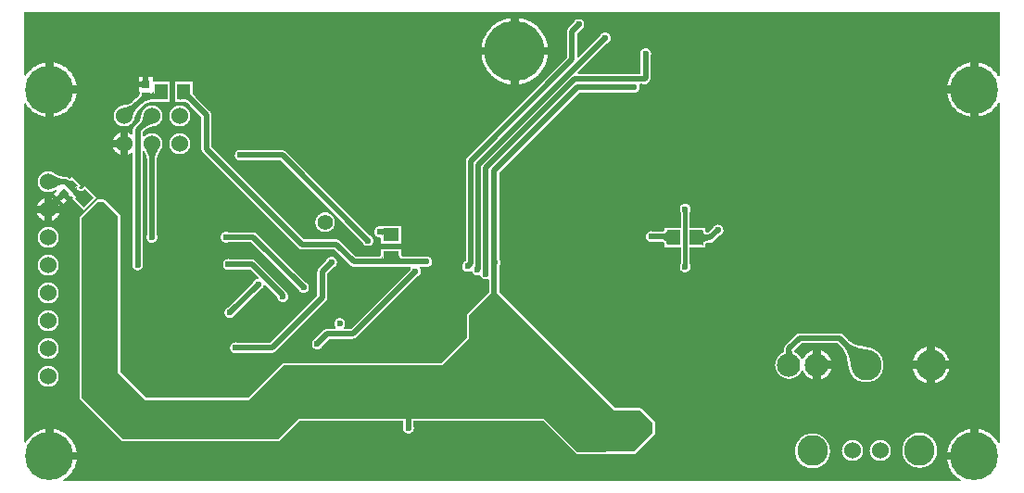
<source format=gbr>
%TF.GenerationSoftware,Altium Limited,Altium Designer,18.1.7 (191)*%
G04 Layer_Physical_Order=2*
G04 Layer_Color=16711680*
%FSLAX26Y26*%
%MOIN*%
%TF.FileFunction,Copper,L2,Bot,Signal*%
%TF.Part,Single*%
G01*
G75*
%TA.AperFunction,SMDPad,CuDef*%
%ADD10R,0.047244X0.057087*%
%ADD12R,0.057087X0.047244*%
%ADD13R,0.027559X0.027559*%
%TA.AperFunction,Conductor*%
%ADD32C,0.019685*%
%TA.AperFunction,ComponentPad*%
%ADD43C,0.110000*%
%ADD44C,0.060000*%
%TA.AperFunction,ViaPad*%
%ADD45C,0.216535*%
%TA.AperFunction,ComponentPad*%
%ADD46C,0.084016*%
%TA.AperFunction,ViaPad*%
%ADD47C,0.173228*%
%ADD48C,0.023622*%
%ADD49C,0.055118*%
%TA.AperFunction,SMDPad,CuDef*%
%ADD50P,0.038974X4X270.0*%
G04:AMPARAMS|DCode=51|XSize=47.244mil|YSize=43.307mil|CornerRadius=0mil|HoleSize=0mil|Usage=FLASHONLY|Rotation=225.000|XOffset=0mil|YOffset=0mil|HoleType=Round|Shape=Rectangle|*
%AMROTATEDRECTD51*
4,1,4,0.001392,0.032015,0.032015,0.001392,-0.001392,-0.032015,-0.032015,-0.001392,0.001392,0.032015,0.0*
%
%ADD51ROTATEDRECTD51*%

%TA.AperFunction,Conductor*%
%ADD52C,0.015748*%
G36*
X3516597Y1465737D02*
X3511597Y1464521D01*
X3511375Y1464952D01*
X3508568Y1469709D01*
X3505500Y1474301D01*
X3502179Y1478714D01*
X3498616Y1482934D01*
X3494821Y1486947D01*
X3490808Y1490742D01*
X3486588Y1494305D01*
X3482175Y1497626D01*
X3477583Y1500695D01*
X3472826Y1503501D01*
X3467919Y1506036D01*
X3462877Y1508292D01*
X3457717Y1510261D01*
X3452455Y1511938D01*
X3447107Y1513318D01*
X3441690Y1514395D01*
X3438976Y1514778D01*
Y1417323D01*
Y1319867D01*
X3441690Y1320250D01*
X3447107Y1321328D01*
X3452455Y1322707D01*
X3457717Y1324384D01*
X3462877Y1326354D01*
X3467919Y1328610D01*
X3472826Y1331145D01*
X3477583Y1333951D01*
X3482175Y1337020D01*
X3486588Y1340341D01*
X3490808Y1343904D01*
X3494821Y1347698D01*
X3498616Y1351712D01*
X3502179Y1355932D01*
X3505500Y1360345D01*
X3508568Y1364937D01*
X3511375Y1369694D01*
X3511597Y1370124D01*
X3516597Y1368909D01*
Y146839D01*
X3511597Y145624D01*
X3511375Y146054D01*
X3508568Y150811D01*
X3505500Y155403D01*
X3502179Y159816D01*
X3498616Y164036D01*
X3494821Y168050D01*
X3490808Y171844D01*
X3486588Y175407D01*
X3482175Y178728D01*
X3477583Y181797D01*
X3472826Y184603D01*
X3467919Y187138D01*
X3462877Y189394D01*
X3457717Y191363D01*
X3452455Y193041D01*
X3447107Y194420D01*
X3441690Y195498D01*
X3438976Y195881D01*
Y98425D01*
X3425197D01*
Y84646D01*
X3327741D01*
X3328124Y81932D01*
X3329202Y76515D01*
X3330581Y71167D01*
X3332258Y65905D01*
X3334228Y60745D01*
X3336484Y55703D01*
X3339019Y50796D01*
X3341825Y46039D01*
X3344894Y41447D01*
X3348215Y37034D01*
X3351778Y32814D01*
X3355572Y28801D01*
X3359586Y25006D01*
X3363806Y21443D01*
X3368219Y18122D01*
X3372811Y15053D01*
X3376245Y13028D01*
X3374880Y8028D01*
X148742D01*
X147377Y13028D01*
X150811Y15053D01*
X155403Y18122D01*
X159816Y21443D01*
X164036Y25006D01*
X168050Y28801D01*
X171844Y32814D01*
X175407Y37034D01*
X178728Y41447D01*
X181797Y46039D01*
X184603Y50796D01*
X187138Y55703D01*
X189394Y60745D01*
X191363Y65905D01*
X193041Y71167D01*
X194420Y76515D01*
X195498Y81932D01*
X195881Y84646D01*
X98425D01*
Y98425D01*
X84646D01*
Y195881D01*
X81932Y195498D01*
X76515Y194420D01*
X71167Y193041D01*
X65905Y191363D01*
X60745Y189394D01*
X55703Y187138D01*
X50796Y184603D01*
X46039Y181797D01*
X41447Y178728D01*
X37034Y175407D01*
X32814Y171844D01*
X28801Y168050D01*
X25006Y164036D01*
X21443Y159816D01*
X18122Y155403D01*
X15053Y150811D01*
X13028Y147377D01*
X8028Y148742D01*
Y1367006D01*
X13028Y1368371D01*
X15053Y1364937D01*
X18122Y1360345D01*
X21443Y1355932D01*
X25006Y1351712D01*
X28801Y1347698D01*
X32814Y1343904D01*
X37034Y1340341D01*
X41447Y1337020D01*
X46039Y1333951D01*
X50796Y1331145D01*
X55703Y1328610D01*
X60745Y1326354D01*
X65905Y1324384D01*
X71167Y1322707D01*
X76515Y1321328D01*
X81932Y1320250D01*
X84646Y1319867D01*
Y1417323D01*
Y1514778D01*
X81932Y1514395D01*
X76515Y1513318D01*
X71167Y1511938D01*
X65905Y1510261D01*
X60745Y1508292D01*
X55703Y1506036D01*
X50796Y1503501D01*
X46039Y1500695D01*
X41447Y1497626D01*
X37034Y1494305D01*
X32814Y1490742D01*
X28801Y1486947D01*
X25006Y1482934D01*
X21443Y1478714D01*
X18122Y1474301D01*
X15053Y1469709D01*
X13028Y1466275D01*
X8028Y1467639D01*
Y1697032D01*
X3516597Y1697032D01*
Y1465737D01*
D02*
G37*
%LPC*%
G36*
X1785433Y1674407D02*
Y1568898D01*
X1890943D01*
X1890468Y1572743D01*
X1889460Y1578551D01*
X1888169Y1584304D01*
X1886596Y1589986D01*
X1884747Y1595584D01*
X1882625Y1601084D01*
X1880236Y1606474D01*
X1877585Y1611740D01*
X1874679Y1616870D01*
X1871525Y1621850D01*
X1868131Y1626670D01*
X1864504Y1631318D01*
X1860653Y1635782D01*
X1856588Y1640052D01*
X1852318Y1644117D01*
X1847854Y1647968D01*
X1843206Y1651595D01*
X1838386Y1654990D01*
X1833405Y1658144D01*
X1828275Y1661050D01*
X1823009Y1663701D01*
X1817620Y1666090D01*
X1812119Y1668212D01*
X1806521Y1670061D01*
X1800839Y1671633D01*
X1795087Y1672925D01*
X1789278Y1673933D01*
X1785433Y1674407D01*
D02*
G37*
G36*
X1757874D02*
X1754029Y1673933D01*
X1748220Y1672925D01*
X1742468Y1671633D01*
X1736786Y1670061D01*
X1731188Y1668212D01*
X1725688Y1666090D01*
X1720298Y1663701D01*
X1715032Y1661050D01*
X1709902Y1658144D01*
X1704921Y1654990D01*
X1700101Y1651595D01*
X1695453Y1647968D01*
X1690989Y1644117D01*
X1686719Y1640052D01*
X1682654Y1635782D01*
X1678803Y1631318D01*
X1675176Y1626670D01*
X1671782Y1621850D01*
X1668628Y1616870D01*
X1665722Y1611740D01*
X1663071Y1606474D01*
X1660682Y1601084D01*
X1658560Y1595584D01*
X1656711Y1589986D01*
X1655138Y1584304D01*
X1653847Y1578551D01*
X1652839Y1572743D01*
X1652364Y1568898D01*
X1757874D01*
Y1674407D01*
D02*
G37*
G36*
X434984Y1461591D02*
X419236D01*
Y1446140D01*
X424080Y1446453D01*
X426246Y1446797D01*
X428017Y1447217D01*
X429395Y1447713D01*
X430380Y1448285D01*
X430970Y1448934D01*
X431167Y1449659D01*
Y1445842D01*
X434984D01*
Y1461591D01*
D02*
G37*
G36*
X1890943Y1541339D02*
X1785433D01*
Y1435829D01*
X1789278Y1436303D01*
X1795087Y1437311D01*
X1800839Y1438603D01*
X1806521Y1440175D01*
X1812119Y1442025D01*
X1817620Y1444146D01*
X1823009Y1446535D01*
X1828275Y1449186D01*
X1833405Y1452092D01*
X1838386Y1455246D01*
X1843206Y1458641D01*
X1847854Y1462268D01*
X1852318Y1466119D01*
X1856588Y1470184D01*
X1860653Y1474454D01*
X1864504Y1478918D01*
X1868131Y1483566D01*
X1871525Y1488386D01*
X1874679Y1493367D01*
X1877585Y1498496D01*
X1880236Y1503762D01*
X1882625Y1509152D01*
X1884747Y1514653D01*
X1886596Y1520251D01*
X1888169Y1525933D01*
X1889460Y1531685D01*
X1890468Y1537494D01*
X1890943Y1541339D01*
D02*
G37*
G36*
X1757874D02*
X1652364D01*
X1652839Y1537494D01*
X1653847Y1531685D01*
X1655138Y1525933D01*
X1656711Y1520251D01*
X1658560Y1514653D01*
X1660682Y1509152D01*
X1663071Y1503762D01*
X1665722Y1498496D01*
X1668628Y1493367D01*
X1671782Y1488386D01*
X1675176Y1483566D01*
X1678803Y1478918D01*
X1682654Y1474454D01*
X1686719Y1470184D01*
X1690989Y1466119D01*
X1695453Y1462268D01*
X1700101Y1458641D01*
X1704921Y1455246D01*
X1709902Y1452092D01*
X1715032Y1449186D01*
X1720298Y1446535D01*
X1725688Y1444146D01*
X1731188Y1442025D01*
X1736786Y1440175D01*
X1742468Y1438603D01*
X1748220Y1437311D01*
X1754029Y1436303D01*
X1757874Y1435829D01*
Y1541339D01*
D02*
G37*
G36*
X2002165Y1670661D02*
X1999958Y1670537D01*
X1997778Y1670167D01*
X1995654Y1669554D01*
X1993611Y1668708D01*
X1991676Y1667639D01*
X1989873Y1666360D01*
X1988224Y1664886D01*
X1986751Y1663238D01*
X1985471Y1661434D01*
X1984402Y1659499D01*
X1983556Y1657457D01*
X1983551Y1657439D01*
X1965083Y1638972D01*
X1963552Y1637226D01*
X1962262Y1635295D01*
X1961235Y1633212D01*
X1960488Y1631013D01*
X1960035Y1628735D01*
X1959883Y1626417D01*
Y1532354D01*
X1600524Y1172995D01*
X1598992Y1171248D01*
X1597702Y1169317D01*
X1596675Y1167235D01*
X1595928Y1165035D01*
X1595475Y1162758D01*
X1595323Y1160440D01*
Y799552D01*
X1593572Y798827D01*
X1591637Y797757D01*
X1589833Y796478D01*
X1588185Y795004D01*
X1586711Y793356D01*
X1585432Y791553D01*
X1584362Y789617D01*
X1583516Y787575D01*
X1582904Y785450D01*
X1582534Y783270D01*
X1582410Y781063D01*
X1582534Y778856D01*
X1582904Y776676D01*
X1583516Y774551D01*
X1584362Y772509D01*
X1585432Y770573D01*
X1586711Y768770D01*
X1588185Y767122D01*
X1589833Y765648D01*
X1591637Y764369D01*
X1593572Y763299D01*
X1595614Y762453D01*
X1597739Y761841D01*
X1599918Y761471D01*
X1602126Y761347D01*
X1604333Y761471D01*
X1606513Y761841D01*
X1608638Y762453D01*
X1610680Y763299D01*
X1612616Y764369D01*
X1612974Y764623D01*
X1617063Y763653D01*
X1618486Y762578D01*
X1618871Y761244D01*
X1619717Y759201D01*
X1620786Y757266D01*
X1622066Y755463D01*
X1623539Y753815D01*
X1625188Y752341D01*
X1626991Y751062D01*
X1628926Y749992D01*
X1630968Y749146D01*
X1633093Y748534D01*
X1635273Y748164D01*
X1637480Y748040D01*
X1639688Y748164D01*
X1641868Y748534D01*
X1643992Y749146D01*
X1644549Y749185D01*
X1648523Y747751D01*
X1649966Y746452D01*
X1650432Y745325D01*
X1651502Y743390D01*
X1652781Y741587D01*
X1654255Y739938D01*
X1655903Y738465D01*
X1657707Y737186D01*
X1659641Y736116D01*
X1661684Y735270D01*
X1663809Y734658D01*
X1665988Y734288D01*
X1668196Y734164D01*
X1670403Y734288D01*
X1672583Y734658D01*
X1674708Y735270D01*
X1674969Y735378D01*
X1679092Y733253D01*
X1679969Y732182D01*
Y688363D01*
X1602120Y610514D01*
X1601648Y609938D01*
X1601163Y609356D01*
X1601152Y609334D01*
X1601136Y609315D01*
X1600783Y608654D01*
X1600424Y607992D01*
X1600417Y607969D01*
X1600405Y607947D01*
X1600188Y607232D01*
X1599964Y606511D01*
X1599962Y606486D01*
X1599955Y606463D01*
X1599882Y605721D01*
X1599803Y604968D01*
X1599316Y525655D01*
X1506573Y432912D01*
X940685D01*
X939141Y432760D01*
X937657Y432310D01*
X936289Y431579D01*
X935090Y430595D01*
X812408Y307912D01*
X448400Y307912D01*
X352597Y403715D01*
X352597Y962480D01*
X352445Y964024D01*
X351995Y965508D01*
X351263Y966876D01*
X350279Y968075D01*
X299295Y1019059D01*
X298096Y1020043D01*
X296728Y1020774D01*
X295244Y1021225D01*
X293700Y1021377D01*
X273583Y1021377D01*
X272039Y1021225D01*
X271691Y1021119D01*
X270882Y1021928D01*
X267988Y1019060D01*
X267339Y1018410D01*
X209090Y960161D01*
X208106Y958962D01*
X207375Y957594D01*
X206925Y956110D01*
X206773Y954567D01*
X206773Y307362D01*
X206925Y305819D01*
X207375Y304334D01*
X208106Y302966D01*
X209090Y301767D01*
X356452Y154405D01*
X357651Y153421D01*
X359019Y152690D01*
X360503Y152240D01*
X362047Y152088D01*
X921685Y152088D01*
X923229Y152240D01*
X924713Y152690D01*
X926081Y153421D01*
X927280Y154405D01*
X998962Y226088D01*
X1371458Y226088D01*
Y208138D01*
X1371449Y208121D01*
X1370603Y206079D01*
X1369991Y203954D01*
X1369621Y201774D01*
X1369497Y199567D01*
X1369621Y197359D01*
X1369991Y195180D01*
X1370603Y193055D01*
X1371449Y191012D01*
X1372519Y189077D01*
X1373798Y187274D01*
X1375271Y185626D01*
X1376920Y184152D01*
X1378723Y182873D01*
X1380658Y181803D01*
X1382701Y180957D01*
X1384825Y180345D01*
X1387005Y179975D01*
X1389213Y179851D01*
X1391420Y179975D01*
X1393600Y180345D01*
X1395724Y180957D01*
X1397767Y181803D01*
X1399702Y182873D01*
X1401505Y184152D01*
X1403154Y185626D01*
X1404627Y187274D01*
X1405907Y189077D01*
X1406976Y191012D01*
X1407822Y193055D01*
X1408434Y195180D01*
X1408805Y197359D01*
X1408929Y199567D01*
X1408805Y201774D01*
X1408434Y203954D01*
X1407822Y206079D01*
X1406976Y208121D01*
X1406967Y208138D01*
Y226088D01*
X1873649Y226088D01*
X1992163Y108205D01*
X1992163Y108204D01*
X1992164Y108204D01*
X1992166Y108202D01*
X1992779Y107702D01*
X1993365Y107223D01*
X1993366Y107222D01*
X1993368Y107221D01*
X1994075Y106845D01*
X1994734Y106495D01*
X1994736Y106494D01*
X1994738Y106493D01*
X1995492Y106267D01*
X1996219Y106048D01*
X1996221Y106048D01*
X1996223Y106047D01*
X1997032Y105970D01*
X1997763Y105899D01*
X2201956Y106342D01*
X2202716Y106418D01*
X2203483Y106494D01*
X2203491Y106497D01*
X2203499Y106497D01*
X2204218Y106717D01*
X2204967Y106944D01*
X2204975Y106948D01*
X2204983Y106951D01*
X2205664Y107317D01*
X2206335Y107675D01*
X2206341Y107681D01*
X2206349Y107685D01*
X2206956Y108186D01*
X2207534Y108659D01*
X2273280Y174405D01*
X2274264Y175604D01*
X2274995Y176972D01*
X2275445Y178456D01*
X2275597Y180000D01*
X2275597Y220000D01*
X2275445Y221543D01*
X2274995Y223028D01*
X2274264Y224395D01*
X2273280Y225594D01*
X2230280Y268595D01*
X2229081Y269579D01*
X2227713Y270310D01*
X2226229Y270760D01*
X2224686Y270912D01*
X2132836Y270912D01*
X1715478Y688270D01*
Y781999D01*
X1716005Y782589D01*
X1717284Y784392D01*
X1718354Y786327D01*
X1719200Y788370D01*
X1719812Y790495D01*
X1720182Y792674D01*
X1720306Y794882D01*
X1720182Y797089D01*
X1719812Y799269D01*
X1719200Y801394D01*
X1718354Y803436D01*
X1717284Y805371D01*
X1716005Y807175D01*
X1715478Y807764D01*
Y1118285D01*
X2004124Y1406931D01*
X2192650D01*
X2192666Y1406922D01*
X2194709Y1406076D01*
X2196833Y1405464D01*
X2199013Y1405093D01*
X2201220Y1404969D01*
X2203428Y1405093D01*
X2205608Y1405464D01*
X2207732Y1406076D01*
X2209775Y1406922D01*
X2211710Y1407991D01*
X2213513Y1409271D01*
X2215162Y1410744D01*
X2216635Y1412392D01*
X2217914Y1414196D01*
X2218984Y1416131D01*
X2219830Y1418173D01*
X2220442Y1420298D01*
X2220812Y1422478D01*
X2220936Y1424685D01*
X2220812Y1426893D01*
X2220442Y1429072D01*
X2219830Y1431197D01*
X2219282Y1432521D01*
X2220141Y1434719D01*
X2222331Y1437521D01*
X2229224D01*
X2229241Y1437512D01*
X2231283Y1436666D01*
X2233408Y1436054D01*
X2235588Y1435684D01*
X2237795Y1435560D01*
X2240003Y1435684D01*
X2242182Y1436054D01*
X2244307Y1436666D01*
X2246350Y1437512D01*
X2248285Y1438582D01*
X2250088Y1439861D01*
X2251736Y1441334D01*
X2253210Y1442983D01*
X2254489Y1444786D01*
X2255559Y1446721D01*
X2256405Y1448764D01*
X2256479Y1449020D01*
X2256802Y1449389D01*
X2258092Y1451320D01*
X2259120Y1453403D01*
X2259866Y1455602D01*
X2260319Y1457880D01*
X2260471Y1460197D01*
Y1537571D01*
X2260480Y1537587D01*
X2261326Y1539630D01*
X2261938Y1541755D01*
X2262309Y1543934D01*
X2262432Y1546142D01*
X2262309Y1548349D01*
X2261938Y1550529D01*
X2261326Y1552653D01*
X2260480Y1554696D01*
X2259410Y1556631D01*
X2258131Y1558434D01*
X2256658Y1560083D01*
X2255009Y1561556D01*
X2253206Y1562836D01*
X2251271Y1563905D01*
X2249228Y1564751D01*
X2247104Y1565363D01*
X2244924Y1565734D01*
X2242716Y1565858D01*
X2240509Y1565734D01*
X2238329Y1565363D01*
X2236205Y1564751D01*
X2234162Y1563905D01*
X2232227Y1562836D01*
X2230424Y1561556D01*
X2228775Y1560083D01*
X2227302Y1558434D01*
X2226023Y1556631D01*
X2224953Y1554696D01*
X2224107Y1552653D01*
X2223495Y1550529D01*
X2223124Y1548349D01*
X2223001Y1546142D01*
X2223124Y1543934D01*
X2223495Y1541755D01*
X2224107Y1539630D01*
X2224953Y1537587D01*
X2224962Y1537571D01*
Y1473030D01*
X1998808D01*
X1996894Y1477649D01*
X2102991Y1583746D01*
X2103559Y1583910D01*
X2105602Y1584756D01*
X2107537Y1585826D01*
X2109340Y1587105D01*
X2110988Y1588578D01*
X2112462Y1590227D01*
X2113741Y1592030D01*
X2114811Y1593965D01*
X2115657Y1596008D01*
X2116269Y1598132D01*
X2116639Y1600312D01*
X2116763Y1602520D01*
X2116639Y1604727D01*
X2116269Y1606907D01*
X2115657Y1609032D01*
X2114811Y1611074D01*
X2113741Y1613009D01*
X2112462Y1614812D01*
X2110988Y1616461D01*
X2109340Y1617934D01*
X2107537Y1619214D01*
X2105602Y1620283D01*
X2103559Y1621129D01*
X2101434Y1621741D01*
X2099255Y1622112D01*
X2097047Y1622236D01*
X2094840Y1622112D01*
X2092660Y1621741D01*
X2090535Y1621129D01*
X2088493Y1620283D01*
X2086558Y1619214D01*
X2084755Y1617934D01*
X2083106Y1616461D01*
X2081633Y1614812D01*
X2080353Y1613009D01*
X2079284Y1611074D01*
X2078705Y1609678D01*
X2000012Y1530984D01*
X1995392Y1532898D01*
Y1619063D01*
X2008659Y1632330D01*
X2008677Y1632335D01*
X2010720Y1633181D01*
X2012655Y1634251D01*
X2014458Y1635530D01*
X2016107Y1637004D01*
X2017580Y1638652D01*
X2018859Y1640455D01*
X2019929Y1642390D01*
X2020775Y1644433D01*
X2021387Y1646558D01*
X2021757Y1648737D01*
X2021881Y1650945D01*
X2021757Y1653152D01*
X2021387Y1655332D01*
X2020775Y1657457D01*
X2019929Y1659499D01*
X2018859Y1661434D01*
X2017580Y1663238D01*
X2016107Y1664886D01*
X2014458Y1666360D01*
X2012655Y1667639D01*
X2010720Y1668708D01*
X2008677Y1669554D01*
X2006553Y1670167D01*
X2004373Y1670537D01*
X2002165Y1670661D01*
D02*
G37*
G36*
X3411417Y1514778D02*
X3408704Y1514395D01*
X3403287Y1513318D01*
X3397939Y1511938D01*
X3392676Y1510261D01*
X3387516Y1508292D01*
X3382475Y1506036D01*
X3377568Y1503501D01*
X3372811Y1500695D01*
X3368219Y1497626D01*
X3363806Y1494305D01*
X3359586Y1490742D01*
X3355572Y1486947D01*
X3351778Y1482934D01*
X3348215Y1478714D01*
X3344894Y1474301D01*
X3341825Y1469709D01*
X3339019Y1464952D01*
X3336484Y1460045D01*
X3334228Y1455003D01*
X3332258Y1449843D01*
X3330581Y1444581D01*
X3329202Y1439233D01*
X3328124Y1433816D01*
X3327741Y1431102D01*
X3411417D01*
Y1514778D01*
D02*
G37*
G36*
X112205D02*
Y1431102D01*
X195881D01*
X195498Y1433816D01*
X194420Y1439233D01*
X193041Y1444581D01*
X191363Y1449843D01*
X189394Y1455003D01*
X187138Y1460045D01*
X184603Y1464952D01*
X181797Y1469709D01*
X178728Y1474301D01*
X175407Y1478714D01*
X171844Y1482934D01*
X168050Y1486947D01*
X164036Y1490742D01*
X159816Y1494305D01*
X155403Y1497626D01*
X150811Y1500695D01*
X146054Y1503501D01*
X141147Y1506036D01*
X136106Y1508292D01*
X130946Y1510261D01*
X125683Y1511938D01*
X120335Y1513318D01*
X114918Y1514395D01*
X112205Y1514778D01*
D02*
G37*
G36*
X470417Y1461591D02*
X454669D01*
Y1436000D01*
X444827D01*
Y1426158D01*
X431167D01*
Y1422341D01*
X430970Y1423066D01*
X430380Y1423715D01*
X429395Y1424287D01*
X428017Y1424783D01*
X426246Y1425203D01*
X424080Y1425547D01*
X421521Y1425814D01*
X419236Y1425925D01*
Y1410409D01*
X423173D01*
Y1405168D01*
X423147Y1404724D01*
X422857Y1403047D01*
X422353Y1401294D01*
X421612Y1399448D01*
X420611Y1397502D01*
X419333Y1395462D01*
X417760Y1393330D01*
X415886Y1391120D01*
X413701Y1388839D01*
X411137Y1386436D01*
X398503Y1375168D01*
X395457Y1372622D01*
X392413Y1370398D01*
X389270Y1368411D01*
X386019Y1366652D01*
X382659Y1365121D01*
X379181Y1363813D01*
X375576Y1362728D01*
X371840Y1361866D01*
X367964Y1361227D01*
X363714Y1360793D01*
X363637Y1360777D01*
X363381Y1360766D01*
X360102Y1360334D01*
X356873Y1359618D01*
X353719Y1358624D01*
X350663Y1357358D01*
X347730Y1355831D01*
X344941Y1354054D01*
X342317Y1352041D01*
X339878Y1349806D01*
X337644Y1347368D01*
X335631Y1344744D01*
X333854Y1341955D01*
X332327Y1339022D01*
X331061Y1335966D01*
X330067Y1332812D01*
X329351Y1329583D01*
X328919Y1326304D01*
X328775Y1323000D01*
X328919Y1319696D01*
X329351Y1316417D01*
X330067Y1313188D01*
X331061Y1310034D01*
X332327Y1306978D01*
X333854Y1304045D01*
X335631Y1301256D01*
X337644Y1298632D01*
X339878Y1296194D01*
X342317Y1293959D01*
X344941Y1291946D01*
X347730Y1290169D01*
X350663Y1288642D01*
X353719Y1287376D01*
X356873Y1286382D01*
X360102Y1285666D01*
X363381Y1285234D01*
X366685Y1285090D01*
X369989Y1285234D01*
X373268Y1285666D01*
X376497Y1286382D01*
X379651Y1287376D01*
X382707Y1288642D01*
X385640Y1290169D01*
X388429Y1291946D01*
X391053Y1293959D01*
X393491Y1296194D01*
X395726Y1298632D01*
X397739Y1301256D01*
X399516Y1304045D01*
X401043Y1306978D01*
X402309Y1310034D01*
X403303Y1313188D01*
X403778Y1315328D01*
X403825Y1315456D01*
X403848Y1315603D01*
X403893Y1315743D01*
X404809Y1319915D01*
X405885Y1323693D01*
X407167Y1327308D01*
X408656Y1330765D01*
X410351Y1334071D01*
X412256Y1337235D01*
X414372Y1340264D01*
X416705Y1343160D01*
X419261Y1345931D01*
X422138Y1348667D01*
X434799Y1359959D01*
X437501Y1362253D01*
X440078Y1364216D01*
X442595Y1365915D01*
X445050Y1367355D01*
X447438Y1368545D01*
X449760Y1369495D01*
X452018Y1370216D01*
X454216Y1370719D01*
X456367Y1371015D01*
X456891Y1371039D01*
X466480D01*
Y1371039D01*
X467166Y1371890D01*
X530157D01*
Y1444724D01*
X470417D01*
Y1461591D01*
D02*
G37*
G36*
X3411417Y1403543D02*
X3327741D01*
X3328124Y1400830D01*
X3329202Y1395412D01*
X3330581Y1390064D01*
X3332258Y1384802D01*
X3334228Y1379642D01*
X3336484Y1374601D01*
X3339019Y1369694D01*
X3341825Y1364937D01*
X3344894Y1360345D01*
X3348215Y1355932D01*
X3351778Y1351712D01*
X3355572Y1347698D01*
X3359586Y1343904D01*
X3363806Y1340341D01*
X3368219Y1337020D01*
X3372811Y1333951D01*
X3377568Y1331145D01*
X3382475Y1328610D01*
X3387516Y1326354D01*
X3392676Y1324384D01*
X3397939Y1322707D01*
X3403287Y1321328D01*
X3408704Y1320250D01*
X3411417Y1319867D01*
Y1403543D01*
D02*
G37*
G36*
X195881D02*
X112205D01*
Y1319867D01*
X114918Y1320250D01*
X120335Y1321328D01*
X125683Y1322707D01*
X130946Y1324384D01*
X136106Y1326354D01*
X141147Y1328610D01*
X146054Y1331145D01*
X150811Y1333951D01*
X155403Y1337020D01*
X159816Y1340341D01*
X164036Y1343904D01*
X168050Y1347698D01*
X171844Y1351712D01*
X175407Y1355932D01*
X178728Y1360345D01*
X181797Y1364937D01*
X184603Y1369694D01*
X187138Y1374601D01*
X189394Y1379642D01*
X191363Y1384802D01*
X193041Y1390064D01*
X194420Y1395412D01*
X195498Y1400830D01*
X195881Y1403543D01*
D02*
G37*
G36*
X566685Y1360910D02*
X563381Y1360766D01*
X560102Y1360334D01*
X556873Y1359618D01*
X553719Y1358624D01*
X550663Y1357358D01*
X547730Y1355831D01*
X544941Y1354054D01*
X542317Y1352041D01*
X539879Y1349806D01*
X537644Y1347368D01*
X535631Y1344744D01*
X533854Y1341955D01*
X532327Y1339022D01*
X531061Y1335966D01*
X530067Y1332812D01*
X529351Y1329583D01*
X528919Y1326304D01*
X528775Y1323000D01*
X528919Y1319696D01*
X529351Y1316417D01*
X530067Y1313188D01*
X531061Y1310034D01*
X532327Y1306978D01*
X533854Y1304045D01*
X535631Y1301256D01*
X537644Y1298632D01*
X539879Y1296194D01*
X542317Y1293959D01*
X544941Y1291946D01*
X547730Y1290169D01*
X550663Y1288642D01*
X553719Y1287376D01*
X556873Y1286382D01*
X560102Y1285666D01*
X563381Y1285234D01*
X566685Y1285090D01*
X569989Y1285234D01*
X573268Y1285666D01*
X576497Y1286382D01*
X579651Y1287376D01*
X582707Y1288642D01*
X585640Y1290169D01*
X588429Y1291946D01*
X591053Y1293959D01*
X593491Y1296194D01*
X595726Y1298632D01*
X597739Y1301256D01*
X599516Y1304045D01*
X601043Y1306978D01*
X602309Y1310034D01*
X603303Y1313188D01*
X604019Y1316417D01*
X604451Y1319696D01*
X604595Y1323000D01*
X604451Y1326304D01*
X604019Y1329583D01*
X603303Y1332812D01*
X602309Y1335966D01*
X601043Y1339022D01*
X599516Y1341955D01*
X597739Y1344744D01*
X595726Y1347368D01*
X593491Y1349806D01*
X591053Y1352041D01*
X588429Y1354054D01*
X585640Y1355831D01*
X582707Y1357358D01*
X579651Y1358624D01*
X576497Y1359618D01*
X573268Y1360334D01*
X569989Y1360766D01*
X566685Y1360910D01*
D02*
G37*
G36*
X466685D02*
X463381Y1360766D01*
X460102Y1360334D01*
X456873Y1359618D01*
X453719Y1358624D01*
X450663Y1357358D01*
X447730Y1355831D01*
X444941Y1354054D01*
X442317Y1352041D01*
X439878Y1349806D01*
X437644Y1347368D01*
X435631Y1344744D01*
X433854Y1341955D01*
X432327Y1339022D01*
X431061Y1335966D01*
X430067Y1332812D01*
X429351Y1329583D01*
X429213Y1328537D01*
X429175Y1328413D01*
X429161Y1328265D01*
X429123Y1328122D01*
X428447Y1323904D01*
X427589Y1320072D01*
X426514Y1316389D01*
X425226Y1312854D01*
X423721Y1309455D01*
X422001Y1306188D01*
X420060Y1303044D01*
X417897Y1300019D01*
X415503Y1297107D01*
X412785Y1294209D01*
X403131Y1284554D01*
X401599Y1282808D01*
X400309Y1280877D01*
X399282Y1278794D01*
X398536Y1276595D01*
X398082Y1274317D01*
X397930Y1272000D01*
Y1257864D01*
X396050Y1256457D01*
X392930Y1255551D01*
X391280Y1256852D01*
X388548Y1258677D01*
X385682Y1260283D01*
X382698Y1261658D01*
X380464Y1262482D01*
Y1223000D01*
Y1183518D01*
X382698Y1184342D01*
X385682Y1185717D01*
X388548Y1187323D01*
X391280Y1189148D01*
X392930Y1190449D01*
X396050Y1189543D01*
X397930Y1188136D01*
Y795571D01*
X397921Y795554D01*
X397075Y793512D01*
X396463Y791387D01*
X396093Y789207D01*
X395969Y787000D01*
X396093Y784793D01*
X396463Y782613D01*
X397075Y780488D01*
X397921Y778446D01*
X398991Y776510D01*
X400270Y774707D01*
X401744Y773059D01*
X403392Y771585D01*
X405195Y770306D01*
X407130Y769236D01*
X409173Y768390D01*
X411298Y767778D01*
X413478Y767408D01*
X415685Y767284D01*
X417892Y767408D01*
X420072Y767778D01*
X422197Y768390D01*
X424240Y769236D01*
X426175Y770306D01*
X427978Y771585D01*
X429626Y773059D01*
X431100Y774707D01*
X432379Y776510D01*
X433449Y778446D01*
X434295Y780488D01*
X434907Y782613D01*
X435277Y784793D01*
X435401Y787000D01*
X435277Y789207D01*
X434907Y791387D01*
X434295Y793512D01*
X433449Y795554D01*
X433440Y795571D01*
Y1195766D01*
X438440Y1197386D01*
X439008Y1196601D01*
X441111Y1193284D01*
X442954Y1189920D01*
X444543Y1186509D01*
X445883Y1183042D01*
X446977Y1179515D01*
X447828Y1175920D01*
X448437Y1172250D01*
X448803Y1168499D01*
X448930Y1164532D01*
Y894571D01*
X448921Y894554D01*
X448075Y892512D01*
X447463Y890387D01*
X447093Y888207D01*
X446969Y886000D01*
X447093Y883793D01*
X447463Y881613D01*
X448075Y879488D01*
X448921Y877446D01*
X449991Y875510D01*
X451270Y873707D01*
X452744Y872059D01*
X454392Y870585D01*
X456195Y869306D01*
X458130Y868236D01*
X460173Y867390D01*
X462298Y866778D01*
X464478Y866408D01*
X466685Y866284D01*
X468892Y866408D01*
X471072Y866778D01*
X473197Y867390D01*
X475240Y868236D01*
X477175Y869306D01*
X478978Y870585D01*
X480626Y872059D01*
X482100Y873707D01*
X483379Y875510D01*
X484449Y877446D01*
X485295Y879488D01*
X485907Y881613D01*
X486277Y883793D01*
X486401Y886000D01*
X486277Y888207D01*
X485907Y890387D01*
X485295Y892512D01*
X484449Y894554D01*
X484440Y894571D01*
Y1164532D01*
X484567Y1168499D01*
X484933Y1172250D01*
X485542Y1175920D01*
X486394Y1179516D01*
X487487Y1183042D01*
X488827Y1186509D01*
X490416Y1189920D01*
X492260Y1193284D01*
X494362Y1196601D01*
X496867Y1200062D01*
X496942Y1200190D01*
X497036Y1200304D01*
X497097Y1200419D01*
X497739Y1201256D01*
X499516Y1204045D01*
X501043Y1206978D01*
X502309Y1210034D01*
X503303Y1213188D01*
X504019Y1216417D01*
X504451Y1219696D01*
X504595Y1223000D01*
X504451Y1226304D01*
X504019Y1229583D01*
X503303Y1232812D01*
X502309Y1235966D01*
X501043Y1239022D01*
X499516Y1241955D01*
X497739Y1244744D01*
X495726Y1247368D01*
X493491Y1249806D01*
X491053Y1252041D01*
X488429Y1254054D01*
X485640Y1255831D01*
X482707Y1257358D01*
X479651Y1258624D01*
X476497Y1259618D01*
X473268Y1260334D01*
X469989Y1260766D01*
X466685Y1260910D01*
X463381Y1260766D01*
X460102Y1260334D01*
X456873Y1259618D01*
X453719Y1258624D01*
X450663Y1257358D01*
X447730Y1255831D01*
X444941Y1254054D01*
X442317Y1252041D01*
X439878Y1249806D01*
X438440Y1248236D01*
X435241Y1248931D01*
X433440Y1250102D01*
Y1264646D01*
X437894Y1269100D01*
X440791Y1271818D01*
X443703Y1274211D01*
X446729Y1276375D01*
X449872Y1278315D01*
X453140Y1280036D01*
X456539Y1281541D01*
X460074Y1282829D01*
X463757Y1283904D01*
X467588Y1284762D01*
X471807Y1285438D01*
X471950Y1285476D01*
X472098Y1285491D01*
X472222Y1285528D01*
X473268Y1285666D01*
X476497Y1286382D01*
X479651Y1287376D01*
X482707Y1288642D01*
X485640Y1290169D01*
X488429Y1291946D01*
X491053Y1293959D01*
X493491Y1296194D01*
X495726Y1298632D01*
X497739Y1301256D01*
X499516Y1304045D01*
X501043Y1306978D01*
X502309Y1310034D01*
X503303Y1313188D01*
X504019Y1316417D01*
X504451Y1319696D01*
X504595Y1323000D01*
X504451Y1326304D01*
X504019Y1329583D01*
X503303Y1332812D01*
X502309Y1335966D01*
X501043Y1339022D01*
X499516Y1341955D01*
X497739Y1344744D01*
X495726Y1347368D01*
X493491Y1349806D01*
X491053Y1352041D01*
X488429Y1354054D01*
X485640Y1355831D01*
X482707Y1357358D01*
X479651Y1358624D01*
X476497Y1359618D01*
X473268Y1360334D01*
X469989Y1360766D01*
X466685Y1360910D01*
D02*
G37*
G36*
X352906Y1262482D02*
X350672Y1261658D01*
X347688Y1260283D01*
X344822Y1258677D01*
X342090Y1256852D01*
X339510Y1254818D01*
X337097Y1252588D01*
X334867Y1250175D01*
X332833Y1247595D01*
X331008Y1244863D01*
X329402Y1241996D01*
X328027Y1239013D01*
X327203Y1236780D01*
X339776D01*
X339887Y1236873D01*
X340600Y1237818D01*
Y1236780D01*
X352906D01*
Y1262482D01*
D02*
G37*
G36*
Y1209220D02*
X340600D01*
Y1208182D01*
X339887Y1209127D01*
X339776Y1209220D01*
X327203D01*
X328027Y1206987D01*
X329402Y1204004D01*
X331008Y1201137D01*
X332833Y1198405D01*
X334867Y1195825D01*
X337097Y1193412D01*
X339510Y1191182D01*
X342090Y1189148D01*
X344822Y1187323D01*
X347688Y1185717D01*
X350672Y1184342D01*
X352906Y1183518D01*
Y1209220D01*
D02*
G37*
G36*
X566685Y1260910D02*
X563381Y1260766D01*
X560102Y1260334D01*
X556873Y1259618D01*
X553719Y1258624D01*
X550663Y1257358D01*
X547730Y1255831D01*
X544941Y1254054D01*
X542317Y1252041D01*
X539879Y1249806D01*
X537644Y1247368D01*
X535631Y1244744D01*
X533854Y1241955D01*
X532327Y1239022D01*
X531061Y1235966D01*
X530067Y1232812D01*
X529351Y1229583D01*
X528919Y1226304D01*
X528775Y1223000D01*
X528919Y1219696D01*
X529351Y1216417D01*
X530067Y1213188D01*
X531061Y1210034D01*
X532327Y1206978D01*
X533854Y1204045D01*
X535631Y1201256D01*
X537644Y1198632D01*
X539879Y1196194D01*
X542317Y1193959D01*
X544941Y1191946D01*
X547730Y1190169D01*
X550663Y1188642D01*
X553719Y1187376D01*
X556873Y1186382D01*
X560102Y1185666D01*
X563381Y1185234D01*
X566685Y1185090D01*
X569989Y1185234D01*
X573268Y1185666D01*
X576497Y1186382D01*
X579651Y1187376D01*
X582707Y1188642D01*
X585640Y1190169D01*
X588429Y1191946D01*
X591053Y1193959D01*
X593491Y1196194D01*
X595726Y1198632D01*
X597739Y1201256D01*
X599516Y1204045D01*
X601043Y1206978D01*
X602309Y1210034D01*
X603303Y1213188D01*
X604019Y1216417D01*
X604451Y1219696D01*
X604595Y1223000D01*
X604451Y1226304D01*
X604019Y1229583D01*
X603303Y1232812D01*
X602309Y1235966D01*
X601043Y1239022D01*
X599516Y1241955D01*
X597739Y1244744D01*
X595726Y1247368D01*
X593491Y1249806D01*
X591053Y1252041D01*
X588429Y1254054D01*
X585640Y1255831D01*
X582707Y1257358D01*
X579651Y1258624D01*
X576497Y1259618D01*
X573268Y1260334D01*
X569989Y1260766D01*
X566685Y1260910D01*
D02*
G37*
G36*
X148783Y1028722D02*
X146084Y1026023D01*
X148783Y1023324D01*
X148131Y1023698D01*
X147255Y1023739D01*
X146154Y1023448D01*
X144829Y1022824D01*
X143279Y1021868D01*
X141505Y1020580D01*
X139506Y1018960D01*
X137895Y1017497D01*
X137824Y1017410D01*
X148783Y1006451D01*
X159919Y1017587D01*
X148783Y1028722D01*
D02*
G37*
G36*
X107465Y1025482D02*
Y1021053D01*
X109623Y1022056D01*
X112237Y1023487D01*
X109698Y1024658D01*
X107465Y1025482D01*
D02*
G37*
G36*
X130337Y1006122D02*
X129274Y1004021D01*
X127613Y1000076D01*
X127511Y999779D01*
X133167D01*
X132343Y1002013D01*
X130968Y1004996D01*
X130337Y1006122D01*
D02*
G37*
G36*
X79906Y1025482D02*
X77672Y1024658D01*
X74689Y1023283D01*
X71822Y1021677D01*
X69090Y1019852D01*
X66510Y1017818D01*
X64097Y1015588D01*
X61867Y1013175D01*
X59833Y1010595D01*
X58008Y1007863D01*
X56402Y1004996D01*
X55027Y1002013D01*
X54203Y999779D01*
X79906D01*
Y1025482D01*
D02*
G37*
G36*
X93685Y1123910D02*
X90381Y1123766D01*
X87102Y1123334D01*
X83873Y1122618D01*
X80719Y1121624D01*
X77663Y1120358D01*
X74730Y1118831D01*
X71941Y1117054D01*
X69317Y1115041D01*
X66879Y1112806D01*
X64644Y1110368D01*
X62631Y1107744D01*
X60854Y1104955D01*
X59327Y1102022D01*
X58061Y1098966D01*
X57067Y1095812D01*
X56351Y1092583D01*
X55919Y1089304D01*
X55775Y1086000D01*
X55919Y1082696D01*
X56351Y1079417D01*
X57067Y1076188D01*
X58061Y1073034D01*
X59327Y1069978D01*
X60854Y1067045D01*
X62631Y1064256D01*
X64644Y1061632D01*
X66879Y1059194D01*
X69317Y1056959D01*
X71941Y1054946D01*
X74730Y1053169D01*
X77663Y1051642D01*
X80719Y1050376D01*
X83873Y1049382D01*
X87102Y1048666D01*
X90381Y1048234D01*
X93685Y1048090D01*
X96989Y1048234D01*
X100268Y1048666D01*
X103497Y1049382D01*
X106651Y1050376D01*
X109707Y1051642D01*
X112640Y1053169D01*
X115429Y1054946D01*
X116266Y1055588D01*
X116381Y1055649D01*
X116495Y1055743D01*
X116623Y1055818D01*
X119243Y1057714D01*
X120755Y1057875D01*
X123041Y1053090D01*
X112593Y1042641D01*
X123518Y1031716D01*
X126722Y1035363D01*
X128010Y1037137D01*
X128966Y1038687D01*
X129589Y1040012D01*
X129881Y1041113D01*
X129839Y1041989D01*
X129466Y1042641D01*
X132165Y1039943D01*
X141823Y1049601D01*
X148783Y1042642D01*
X155743Y1049601D01*
X173838Y1031506D01*
X175758Y1033426D01*
X178021Y1033959D01*
X180662Y1033420D01*
X182697Y1028395D01*
X179014Y1024712D01*
X220772Y982954D01*
X265314Y1027496D01*
X223556Y1069254D01*
X217029Y1062727D01*
X216049Y1061851D01*
X214348Y1060689D01*
X212896Y1059999D01*
X211665Y1059666D01*
X210542Y1059590D01*
X209354Y1059747D01*
X207955Y1060207D01*
X206280Y1061084D01*
X205854Y1061390D01*
X204829Y1062922D01*
X204066Y1064405D01*
X203693Y1065487D01*
X203588Y1066153D01*
X203606Y1066494D01*
X203671Y1066724D01*
X203863Y1067078D01*
X203968Y1067203D01*
X210029Y1073264D01*
X179406Y1103887D01*
X171456Y1095937D01*
X171156Y1096073D01*
X170350Y1096575D01*
X169293Y1097400D01*
X167834Y1098756D01*
X167676Y1098877D01*
X166297Y1100086D01*
X164366Y1101376D01*
X162283Y1102403D01*
X160084Y1103149D01*
X157806Y1103603D01*
X155489Y1103755D01*
X152153D01*
X148186Y1103881D01*
X144435Y1104248D01*
X140765Y1104857D01*
X137169Y1105708D01*
X133643Y1106802D01*
X130176Y1108142D01*
X126765Y1109730D01*
X123401Y1111574D01*
X120085Y1113677D01*
X116623Y1116182D01*
X116495Y1116257D01*
X116381Y1116351D01*
X116266Y1116412D01*
X115429Y1117054D01*
X112640Y1118831D01*
X109707Y1120358D01*
X106651Y1121624D01*
X103497Y1122618D01*
X100268Y1123334D01*
X96989Y1123766D01*
X93685Y1123910D01*
D02*
G37*
G36*
X133167Y972221D02*
X107465D01*
Y946518D01*
X109698Y947342D01*
X112681Y948717D01*
X115548Y950323D01*
X118280Y952148D01*
X120860Y954182D01*
X123273Y956412D01*
X125503Y958825D01*
X127537Y961405D01*
X129362Y964137D01*
X130968Y967004D01*
X132343Y969987D01*
X133167Y972221D01*
D02*
G37*
G36*
X79906D02*
X54203D01*
X55027Y969987D01*
X56402Y967004D01*
X58008Y964137D01*
X59833Y961405D01*
X61867Y958825D01*
X64097Y956412D01*
X66510Y954182D01*
X69090Y952148D01*
X71822Y950323D01*
X74689Y948717D01*
X77672Y947342D01*
X79906Y946518D01*
Y972221D01*
D02*
G37*
G36*
X2385039Y1007101D02*
X2382832Y1006977D01*
X2380652Y1006607D01*
X2378528Y1005995D01*
X2376485Y1005149D01*
X2374550Y1004080D01*
X2372747Y1002800D01*
X2371098Y1001327D01*
X2369625Y999678D01*
X2368345Y997875D01*
X2367276Y995940D01*
X2366430Y993897D01*
X2365818Y991773D01*
X2365447Y989593D01*
X2365323Y987385D01*
X2365447Y985178D01*
X2365818Y982998D01*
X2366430Y980874D01*
X2367276Y978831D01*
X2368345Y976896D01*
X2369258Y975610D01*
Y920551D01*
X2310945D01*
Y911691D01*
X2310896Y911007D01*
X2310631Y909899D01*
X2310294Y909152D01*
X2309881Y908587D01*
X2309280Y908045D01*
X2308322Y907467D01*
X2306876Y906892D01*
X2304880Y906401D01*
X2302328Y906069D01*
X2299099Y905943D01*
X2271209D01*
X2271192Y905952D01*
X2269150Y906799D01*
X2267025Y907411D01*
X2264845Y907781D01*
X2262638Y907905D01*
X2260430Y907781D01*
X2258251Y907411D01*
X2256126Y906799D01*
X2254083Y905952D01*
X2252148Y904883D01*
X2250345Y903604D01*
X2248697Y902130D01*
X2247223Y900482D01*
X2245944Y898678D01*
X2244874Y896744D01*
X2244028Y894701D01*
X2243416Y892576D01*
X2243046Y890396D01*
X2242922Y888189D01*
X2243046Y885981D01*
X2243416Y883802D01*
X2244028Y881677D01*
X2244874Y879635D01*
X2245944Y877699D01*
X2247223Y875896D01*
X2248697Y874248D01*
X2250345Y872774D01*
X2252148Y871495D01*
X2254083Y870426D01*
X2256126Y869579D01*
X2258251Y868967D01*
X2260430Y868597D01*
X2262638Y868473D01*
X2264845Y868597D01*
X2267025Y868967D01*
X2269150Y869579D01*
X2271192Y870426D01*
X2271209Y870434D01*
X2299046D01*
X2302114Y870274D01*
X2304428Y869867D01*
X2306199Y869279D01*
X2307503Y868581D01*
X2308480Y867786D01*
X2309278Y866817D01*
X2309978Y865528D01*
X2310568Y863776D01*
X2310945Y861675D01*
Y847717D01*
X2369258D01*
Y791350D01*
X2368345Y790064D01*
X2367276Y788129D01*
X2366430Y786087D01*
X2365818Y783962D01*
X2365447Y781782D01*
X2365323Y779575D01*
X2365447Y777367D01*
X2365818Y775188D01*
X2366430Y773063D01*
X2367276Y771020D01*
X2368345Y769085D01*
X2369625Y767282D01*
X2371098Y765633D01*
X2372747Y764160D01*
X2374550Y762881D01*
X2376485Y761811D01*
X2378528Y760965D01*
X2380652Y760353D01*
X2382832Y759983D01*
X2385039Y759859D01*
X2387247Y759983D01*
X2389427Y760353D01*
X2391551Y760965D01*
X2393594Y761811D01*
X2395529Y762881D01*
X2397332Y764160D01*
X2398981Y765633D01*
X2400454Y767282D01*
X2401733Y769085D01*
X2402803Y771020D01*
X2403649Y773063D01*
X2404261Y775188D01*
X2404631Y777367D01*
X2404755Y779575D01*
X2404631Y781782D01*
X2404261Y783962D01*
X2403649Y786087D01*
X2402803Y788129D01*
X2401733Y790064D01*
X2400821Y791350D01*
Y847717D01*
X2456614D01*
Y856960D01*
X2456688Y858290D01*
X2457072Y860343D01*
X2457616Y861883D01*
X2458257Y863007D01*
X2459002Y863867D01*
X2459954Y864602D01*
X2461266Y865269D01*
X2463065Y865835D01*
X2465414Y866226D01*
X2468504Y866380D01*
X2475236D01*
X2477554Y866531D01*
X2479832Y866985D01*
X2482031Y867731D01*
X2484114Y868758D01*
X2486045Y870048D01*
X2487791Y871580D01*
X2509053Y892842D01*
X2509071Y892847D01*
X2511114Y893693D01*
X2513049Y894763D01*
X2514852Y896042D01*
X2516500Y897515D01*
X2517974Y899164D01*
X2519253Y900967D01*
X2520323Y902902D01*
X2521169Y904945D01*
X2521781Y907069D01*
X2522151Y909249D01*
X2522275Y911457D01*
X2522151Y913664D01*
X2521781Y915844D01*
X2521169Y917968D01*
X2520323Y920011D01*
X2519253Y921946D01*
X2517974Y923749D01*
X2516500Y925398D01*
X2514852Y926871D01*
X2513049Y928151D01*
X2511114Y929220D01*
X2509071Y930066D01*
X2506946Y930678D01*
X2504767Y931049D01*
X2502559Y931173D01*
X2500352Y931049D01*
X2498172Y930678D01*
X2496047Y930066D01*
X2494005Y929220D01*
X2492070Y928151D01*
X2490266Y926871D01*
X2488618Y925398D01*
X2487144Y923749D01*
X2485865Y921946D01*
X2484796Y920011D01*
X2483950Y917968D01*
X2483944Y917951D01*
X2467912Y901918D01*
X2465414Y902042D01*
X2463064Y902433D01*
X2461266Y902999D01*
X2459954Y903666D01*
X2459003Y904401D01*
X2458257Y905261D01*
X2457616Y906385D01*
X2457072Y907925D01*
X2456688Y909978D01*
X2456614Y911308D01*
Y920551D01*
X2400821D01*
Y975610D01*
X2401733Y976896D01*
X2402803Y978831D01*
X2403649Y980874D01*
X2404261Y982998D01*
X2404631Y985178D01*
X2404755Y987385D01*
X2404631Y989593D01*
X2404261Y991773D01*
X2403649Y993897D01*
X2402803Y995940D01*
X2401733Y997875D01*
X2400454Y999678D01*
X2398981Y1001327D01*
X2397332Y1002800D01*
X2395529Y1004080D01*
X2393594Y1005149D01*
X2391551Y1005995D01*
X2389427Y1006607D01*
X2387247Y1006977D01*
X2385039Y1007101D01*
D02*
G37*
G36*
X1089685Y975467D02*
X1086594Y975332D01*
X1083526Y974928D01*
X1080505Y974258D01*
X1077555Y973328D01*
X1074696Y972144D01*
X1071952Y970715D01*
X1069342Y969053D01*
X1066887Y967169D01*
X1064606Y965079D01*
X1062516Y962798D01*
X1060632Y960343D01*
X1058970Y957733D01*
X1057541Y954989D01*
X1056357Y952130D01*
X1055427Y949179D01*
X1054757Y946159D01*
X1054353Y943091D01*
X1054218Y940000D01*
X1054353Y936909D01*
X1054757Y933841D01*
X1055427Y930821D01*
X1056357Y927870D01*
X1057541Y925011D01*
X1058970Y922267D01*
X1060632Y919657D01*
X1062516Y917202D01*
X1064606Y914921D01*
X1066887Y912831D01*
X1069342Y910947D01*
X1071952Y909285D01*
X1074696Y907856D01*
X1077555Y906672D01*
X1080505Y905742D01*
X1083526Y905072D01*
X1086594Y904668D01*
X1089685Y904533D01*
X1092776Y904668D01*
X1095844Y905072D01*
X1098864Y905742D01*
X1101815Y906672D01*
X1104674Y907856D01*
X1107418Y909285D01*
X1110028Y910947D01*
X1112483Y912831D01*
X1114764Y914921D01*
X1116854Y917202D01*
X1118738Y919657D01*
X1120400Y922267D01*
X1121829Y925011D01*
X1123013Y927870D01*
X1123943Y930821D01*
X1124613Y933841D01*
X1125017Y936909D01*
X1125152Y940000D01*
X1125017Y943091D01*
X1124613Y946159D01*
X1123943Y949179D01*
X1123013Y952130D01*
X1121829Y954989D01*
X1120400Y957733D01*
X1118738Y960343D01*
X1116854Y962798D01*
X1114764Y965079D01*
X1112483Y967169D01*
X1110028Y969053D01*
X1107418Y970715D01*
X1104674Y972144D01*
X1101815Y973328D01*
X1098864Y974258D01*
X1095844Y974928D01*
X1092776Y975332D01*
X1089685Y975467D01*
D02*
G37*
G36*
X1290079Y926024D02*
X1285433Y925267D01*
X1283226Y925143D01*
X1281046Y924773D01*
X1278921Y924161D01*
X1276879Y923315D01*
X1274944Y922245D01*
X1273140Y920966D01*
X1271492Y919492D01*
X1270018Y917844D01*
X1268739Y916041D01*
X1267669Y914106D01*
X1266823Y912063D01*
X1266211Y909938D01*
X1265841Y907759D01*
X1265717Y905551D01*
X1265841Y903344D01*
X1266211Y901164D01*
X1266823Y899039D01*
X1267669Y896997D01*
X1268739Y895062D01*
X1270018Y893259D01*
X1271492Y891610D01*
X1273140Y890137D01*
X1274944Y888857D01*
X1276879Y887788D01*
X1278921Y886942D01*
X1281046Y886330D01*
X1283226Y885959D01*
X1285433Y885835D01*
X1289430Y882541D01*
X1290079Y881302D01*
Y863032D01*
X1362913D01*
Y926024D01*
X1290079D01*
X1290079Y926024D01*
D02*
G37*
G36*
X784656Y1200716D02*
X782448Y1200592D01*
X780269Y1200222D01*
X778144Y1199610D01*
X776101Y1198764D01*
X774166Y1197694D01*
X772363Y1196415D01*
X770714Y1194941D01*
X769241Y1193293D01*
X767962Y1191489D01*
X766892Y1189554D01*
X766046Y1187512D01*
X765434Y1185387D01*
X765064Y1183207D01*
X764940Y1181000D01*
X765064Y1178793D01*
X765434Y1176613D01*
X766046Y1174488D01*
X766892Y1172446D01*
X767962Y1170511D01*
X769241Y1168707D01*
X770714Y1167059D01*
X772363Y1165585D01*
X774166Y1164306D01*
X776101Y1163236D01*
X778144Y1162390D01*
X780269Y1161778D01*
X782448Y1161408D01*
X784656Y1161284D01*
X786863Y1161408D01*
X789043Y1161778D01*
X791168Y1162390D01*
X793210Y1163236D01*
X793226Y1163245D01*
X929402D01*
X1225086Y867561D01*
X1225091Y867543D01*
X1225937Y865501D01*
X1227007Y863566D01*
X1228286Y861762D01*
X1229759Y860114D01*
X1231408Y858640D01*
X1233211Y857361D01*
X1235146Y856292D01*
X1237189Y855446D01*
X1239313Y854833D01*
X1241493Y854463D01*
X1243701Y854339D01*
X1245908Y854463D01*
X1248088Y854833D01*
X1250213Y855446D01*
X1252255Y856292D01*
X1254190Y857361D01*
X1255993Y858640D01*
X1257642Y860114D01*
X1259115Y861762D01*
X1260395Y863566D01*
X1261464Y865501D01*
X1262310Y867543D01*
X1262922Y869668D01*
X1263293Y871848D01*
X1263417Y874055D01*
X1263293Y876263D01*
X1262922Y878442D01*
X1262310Y880567D01*
X1261464Y882610D01*
X1260395Y884545D01*
X1259115Y886348D01*
X1257642Y887996D01*
X1255993Y889470D01*
X1254190Y890749D01*
X1252255Y891819D01*
X1250213Y892665D01*
X1250195Y892670D01*
X949310Y1193554D01*
X947564Y1195086D01*
X945633Y1196376D01*
X943550Y1197403D01*
X941351Y1198149D01*
X939073Y1198603D01*
X936756Y1198755D01*
X793226D01*
X793210Y1198764D01*
X791168Y1199610D01*
X789043Y1200222D01*
X786863Y1200592D01*
X784656Y1200716D01*
D02*
G37*
G36*
X93685Y923910D02*
X90381Y923766D01*
X87102Y923334D01*
X83873Y922618D01*
X80719Y921624D01*
X77663Y920358D01*
X74730Y918831D01*
X71941Y917054D01*
X69317Y915041D01*
X66879Y912807D01*
X64644Y910368D01*
X62631Y907744D01*
X60854Y904955D01*
X59327Y902021D01*
X58061Y898966D01*
X57067Y895812D01*
X56351Y892583D01*
X55919Y889304D01*
X55775Y886000D01*
X55919Y882696D01*
X56351Y879417D01*
X57067Y876188D01*
X58061Y873034D01*
X59327Y869979D01*
X60854Y867045D01*
X62631Y864256D01*
X64644Y861632D01*
X66879Y859193D01*
X69317Y856959D01*
X71941Y854946D01*
X74730Y853169D01*
X77663Y851642D01*
X80719Y850376D01*
X83873Y849382D01*
X87102Y848666D01*
X90381Y848234D01*
X93685Y848090D01*
X96989Y848234D01*
X100268Y848666D01*
X103497Y849382D01*
X106651Y850376D01*
X109707Y851642D01*
X112640Y853169D01*
X115429Y854946D01*
X118053Y856959D01*
X120492Y859193D01*
X122726Y861632D01*
X124739Y864256D01*
X126516Y867045D01*
X128043Y869979D01*
X129309Y873034D01*
X130303Y876188D01*
X131019Y879417D01*
X131451Y882696D01*
X131595Y886000D01*
X131451Y889304D01*
X131019Y892583D01*
X130303Y895812D01*
X129309Y898966D01*
X128043Y902021D01*
X126516Y904955D01*
X124739Y907744D01*
X122726Y910368D01*
X120492Y912807D01*
X118053Y915041D01*
X115429Y917054D01*
X112640Y918831D01*
X109707Y920358D01*
X106651Y921624D01*
X103497Y922618D01*
X100268Y923334D01*
X96989Y923766D01*
X93685Y923910D01*
D02*
G37*
G36*
X612835Y1444724D02*
X549843D01*
Y1371890D01*
X590799D01*
X593757Y1369745D01*
X598742Y1365529D01*
X604239Y1360298D01*
X644717Y1319820D01*
Y1203607D01*
X644869Y1201289D01*
X645322Y1199012D01*
X646069Y1196812D01*
X647096Y1194729D01*
X648386Y1192799D01*
X649918Y1191053D01*
X993485Y847485D01*
X995231Y845954D01*
X997162Y844664D01*
X999245Y843636D01*
X1001444Y842890D01*
X1003722Y842437D01*
X1006039Y842285D01*
X1122921D01*
X1180013Y785194D01*
X1181759Y783662D01*
X1183690Y782372D01*
X1185773Y781345D01*
X1187972Y780598D01*
X1190249Y780145D01*
X1192567Y779994D01*
X1278387D01*
X1278388Y779993D01*
X1278389Y779994D01*
X1278396D01*
X1278397Y779993D01*
X1278482Y779994D01*
X1374603D01*
X1374604Y779993D01*
X1374605Y779994D01*
X1396115D01*
X1397755Y777625D01*
X1398495Y774994D01*
X1397763Y773962D01*
X1396693Y772027D01*
X1395847Y769984D01*
X1395842Y769966D01*
X1182016Y556140D01*
X1158190D01*
X1156293Y560670D01*
X1156254Y561140D01*
X1157619Y562668D01*
X1158899Y564471D01*
X1159968Y566406D01*
X1160814Y568449D01*
X1161426Y570573D01*
X1161797Y572753D01*
X1161921Y574961D01*
X1161797Y577168D01*
X1161426Y579348D01*
X1160814Y581472D01*
X1159968Y583515D01*
X1158899Y585450D01*
X1157619Y587253D01*
X1156146Y588902D01*
X1154497Y590375D01*
X1152694Y591655D01*
X1150759Y592724D01*
X1148716Y593570D01*
X1146592Y594182D01*
X1144412Y594553D01*
X1142205Y594677D01*
X1139997Y594553D01*
X1137818Y594182D01*
X1135693Y593570D01*
X1133650Y592724D01*
X1131715Y591655D01*
X1129912Y590375D01*
X1128263Y588902D01*
X1126790Y587253D01*
X1125511Y585450D01*
X1124441Y583515D01*
X1123595Y581472D01*
X1122983Y579348D01*
X1122613Y577168D01*
X1122489Y574961D01*
X1122613Y572753D01*
X1122983Y570573D01*
X1123595Y568449D01*
X1124441Y566406D01*
X1125511Y564471D01*
X1126790Y562668D01*
X1128155Y561140D01*
X1128117Y560670D01*
X1126219Y556140D01*
X1097638D01*
X1095320Y555988D01*
X1093043Y555535D01*
X1090843Y554789D01*
X1088761Y553762D01*
X1086830Y552471D01*
X1085083Y550940D01*
X1055278Y521135D01*
X1055260Y521129D01*
X1053217Y520283D01*
X1051282Y519214D01*
X1049479Y517934D01*
X1047830Y516461D01*
X1046357Y514812D01*
X1045078Y513009D01*
X1044008Y511074D01*
X1043162Y509031D01*
X1042550Y506907D01*
X1042180Y504727D01*
X1042056Y502520D01*
X1042180Y500312D01*
X1042550Y498132D01*
X1043162Y496008D01*
X1044008Y493965D01*
X1045078Y492030D01*
X1046357Y490227D01*
X1047830Y488578D01*
X1049479Y487105D01*
X1051282Y485826D01*
X1053217Y484756D01*
X1055260Y483910D01*
X1057384Y483298D01*
X1059564Y482928D01*
X1061772Y482804D01*
X1063979Y482928D01*
X1066159Y483298D01*
X1068284Y483910D01*
X1070326Y484756D01*
X1072261Y485826D01*
X1074064Y487105D01*
X1075713Y488578D01*
X1077186Y490227D01*
X1078466Y492030D01*
X1079535Y493965D01*
X1080381Y496008D01*
X1080387Y496026D01*
X1104992Y520631D01*
X1189370D01*
X1191687Y520783D01*
X1193965Y521236D01*
X1196164Y521983D01*
X1198247Y523010D01*
X1200178Y524300D01*
X1201924Y525832D01*
X1420951Y744858D01*
X1420968Y744863D01*
X1423011Y745709D01*
X1424946Y746778D01*
X1426749Y748058D01*
X1428398Y749531D01*
X1429871Y751180D01*
X1431151Y752983D01*
X1432220Y754918D01*
X1433066Y756961D01*
X1433678Y759085D01*
X1434049Y761265D01*
X1434173Y763472D01*
X1434049Y765680D01*
X1433678Y767860D01*
X1433066Y769984D01*
X1432220Y772027D01*
X1431151Y773962D01*
X1430419Y774994D01*
X1431158Y777625D01*
X1432798Y779994D01*
X1446114D01*
X1446130Y779985D01*
X1448173Y779138D01*
X1450298Y778526D01*
X1452477Y778156D01*
X1454685Y778032D01*
X1456892Y778156D01*
X1459072Y778526D01*
X1461197Y779138D01*
X1463239Y779985D01*
X1465175Y781054D01*
X1466978Y782333D01*
X1468626Y783807D01*
X1470100Y785455D01*
X1471379Y787259D01*
X1472448Y789193D01*
X1473295Y791236D01*
X1473907Y793361D01*
X1474277Y795540D01*
X1474401Y797748D01*
X1474277Y799956D01*
X1473907Y802135D01*
X1473295Y804260D01*
X1472448Y806303D01*
X1471379Y808237D01*
X1470100Y810041D01*
X1468626Y811689D01*
X1466978Y813163D01*
X1465175Y814442D01*
X1463239Y815511D01*
X1461197Y816358D01*
X1459072Y816970D01*
X1456892Y817340D01*
X1454685Y817464D01*
X1452477Y817340D01*
X1450298Y816970D01*
X1448173Y816358D01*
X1446130Y815511D01*
X1446114Y815503D01*
X1374813D01*
X1371748Y815663D01*
X1369436Y816070D01*
X1367667Y816657D01*
X1366364Y817356D01*
X1365386Y818151D01*
X1364587Y819121D01*
X1363886Y820413D01*
X1363294Y822165D01*
X1362913Y824282D01*
Y843346D01*
X1290079D01*
Y824282D01*
X1289698Y822165D01*
X1289106Y820413D01*
X1288405Y819121D01*
X1287606Y818151D01*
X1286628Y817356D01*
X1285325Y816657D01*
X1283556Y816070D01*
X1281244Y815663D01*
X1278179Y815503D01*
X1199921D01*
X1142830Y872594D01*
X1141084Y874125D01*
X1139153Y875415D01*
X1137070Y876442D01*
X1134871Y877189D01*
X1132593Y877642D01*
X1130275Y877794D01*
X1013393D01*
X680226Y1210961D01*
Y1327174D01*
X680074Y1329491D01*
X679621Y1331769D01*
X678875Y1333968D01*
X677848Y1336051D01*
X676558Y1337982D01*
X675026Y1339728D01*
X624435Y1390319D01*
X619815Y1395202D01*
X616078Y1399697D01*
X613153Y1403840D01*
X612835Y1404401D01*
Y1444724D01*
D02*
G37*
G36*
X93685Y823910D02*
X90381Y823766D01*
X87102Y823334D01*
X83873Y822618D01*
X80719Y821624D01*
X77663Y820358D01*
X74730Y818831D01*
X71941Y817054D01*
X69317Y815041D01*
X66879Y812807D01*
X64644Y810368D01*
X62631Y807744D01*
X60854Y804955D01*
X59327Y802021D01*
X58061Y798966D01*
X57067Y795812D01*
X56351Y792583D01*
X55919Y789304D01*
X55775Y786000D01*
X55919Y782696D01*
X56351Y779417D01*
X57067Y776188D01*
X58061Y773034D01*
X59327Y769979D01*
X60854Y767045D01*
X62631Y764256D01*
X64644Y761632D01*
X66879Y759193D01*
X69317Y756959D01*
X71941Y754946D01*
X74730Y753169D01*
X77663Y751642D01*
X80719Y750376D01*
X83873Y749382D01*
X87102Y748666D01*
X90381Y748234D01*
X93685Y748090D01*
X96989Y748234D01*
X100268Y748666D01*
X103497Y749382D01*
X106651Y750376D01*
X109707Y751642D01*
X112640Y753169D01*
X115429Y754946D01*
X118053Y756959D01*
X120492Y759193D01*
X122726Y761632D01*
X124739Y764256D01*
X126516Y767045D01*
X128043Y769979D01*
X129309Y773034D01*
X130303Y776188D01*
X131019Y779417D01*
X131451Y782696D01*
X131595Y786000D01*
X131451Y789304D01*
X131019Y792583D01*
X130303Y795812D01*
X129309Y798966D01*
X128043Y802021D01*
X126516Y804955D01*
X124739Y807744D01*
X122726Y810368D01*
X120492Y812807D01*
X118053Y815041D01*
X115429Y817054D01*
X112640Y818831D01*
X109707Y820358D01*
X106651Y821624D01*
X103497Y822618D01*
X100268Y823334D01*
X96989Y823766D01*
X93685Y823910D01*
D02*
G37*
G36*
X733685Y906031D02*
X731477Y905907D01*
X729298Y905537D01*
X727173Y904925D01*
X725130Y904078D01*
X723196Y903009D01*
X721392Y901730D01*
X719744Y900256D01*
X718270Y898608D01*
X716991Y896804D01*
X715922Y894870D01*
X715075Y892827D01*
X714463Y890702D01*
X714093Y888523D01*
X713969Y886315D01*
X714093Y884107D01*
X714463Y881928D01*
X715075Y879803D01*
X715922Y877760D01*
X716991Y875826D01*
X718270Y874022D01*
X719744Y872374D01*
X721392Y870900D01*
X723196Y869621D01*
X725130Y868552D01*
X727173Y867705D01*
X729298Y867093D01*
X731477Y866723D01*
X733685Y866599D01*
X735893Y866723D01*
X738072Y867093D01*
X740197Y867705D01*
X742240Y868552D01*
X742256Y868561D01*
X823556D01*
X993382Y698735D01*
X993387Y698717D01*
X994233Y696674D01*
X995303Y694739D01*
X996582Y692936D01*
X998055Y691287D01*
X999704Y689814D01*
X1001507Y688534D01*
X1003442Y687465D01*
X1005485Y686619D01*
X1007610Y686007D01*
X1009789Y685636D01*
X1011997Y685512D01*
X1014204Y685636D01*
X1016384Y686007D01*
X1018509Y686619D01*
X1020551Y687465D01*
X1022486Y688534D01*
X1024289Y689814D01*
X1025938Y691287D01*
X1027411Y692936D01*
X1028691Y694739D01*
X1029760Y696674D01*
X1030606Y698717D01*
X1031218Y700841D01*
X1031589Y703021D01*
X1031713Y705228D01*
X1031589Y707436D01*
X1031218Y709616D01*
X1030606Y711740D01*
X1029760Y713783D01*
X1028691Y715718D01*
X1027411Y717521D01*
X1025938Y719170D01*
X1024289Y720643D01*
X1022486Y721922D01*
X1020551Y722992D01*
X1018509Y723838D01*
X1018490Y723843D01*
X843464Y898869D01*
X841718Y900401D01*
X839787Y901691D01*
X837705Y902718D01*
X835505Y903465D01*
X833227Y903918D01*
X830910Y904069D01*
X742256D01*
X742240Y904078D01*
X740197Y904925D01*
X738072Y905537D01*
X735893Y905907D01*
X733685Y906031D01*
D02*
G37*
G36*
X741685Y807716D02*
X739477Y807592D01*
X737298Y807222D01*
X735173Y806610D01*
X733130Y805764D01*
X731196Y804694D01*
X729392Y803415D01*
X727744Y801941D01*
X726270Y800293D01*
X724991Y798490D01*
X723922Y796554D01*
X723075Y794512D01*
X722463Y792387D01*
X722093Y790207D01*
X721969Y788000D01*
X722093Y785793D01*
X722463Y783613D01*
X723075Y781488D01*
X723922Y779446D01*
X724991Y777510D01*
X726270Y775707D01*
X727744Y774059D01*
X729392Y772585D01*
X731196Y771306D01*
X733130Y770236D01*
X735173Y769390D01*
X737298Y768778D01*
X739477Y768408D01*
X741685Y768284D01*
X743893Y768408D01*
X746072Y768778D01*
X748197Y769390D01*
X750240Y770236D01*
X750256Y770245D01*
X820089D01*
X849273Y741062D01*
X849240Y740272D01*
X847270Y735993D01*
X846856Y735970D01*
X844676Y735600D01*
X842551Y734988D01*
X840509Y734141D01*
X838573Y733072D01*
X836770Y731793D01*
X835122Y730319D01*
X833648Y728671D01*
X832369Y726867D01*
X831299Y724933D01*
X830453Y722890D01*
X830448Y722872D01*
X741191Y633615D01*
X741173Y633610D01*
X739130Y632764D01*
X737196Y631694D01*
X735392Y630415D01*
X733744Y628941D01*
X732270Y627293D01*
X730991Y625490D01*
X729922Y623554D01*
X729075Y621512D01*
X728463Y619387D01*
X728093Y617207D01*
X727969Y615000D01*
X728093Y612793D01*
X728463Y610613D01*
X729075Y608488D01*
X729922Y606446D01*
X730991Y604510D01*
X732270Y602707D01*
X733744Y601059D01*
X735392Y599585D01*
X737196Y598306D01*
X739130Y597236D01*
X741173Y596390D01*
X743298Y595778D01*
X745477Y595408D01*
X747685Y595284D01*
X749893Y595408D01*
X752072Y595778D01*
X754197Y596390D01*
X756240Y597236D01*
X758174Y598306D01*
X759978Y599585D01*
X761626Y601059D01*
X763100Y602707D01*
X764379Y604510D01*
X765448Y606446D01*
X766295Y608488D01*
X766300Y608506D01*
X855557Y697763D01*
X855575Y697768D01*
X857617Y698615D01*
X859553Y699684D01*
X861356Y700963D01*
X863004Y702437D01*
X864478Y704085D01*
X865757Y705889D01*
X866827Y707823D01*
X867673Y709866D01*
X868285Y711991D01*
X868655Y714170D01*
X868678Y714585D01*
X872957Y716555D01*
X873746Y716588D01*
X917988Y672346D01*
X917969Y672000D01*
X918093Y669793D01*
X918463Y667613D01*
X919075Y665488D01*
X919922Y663446D01*
X920991Y661510D01*
X922270Y659707D01*
X923744Y658059D01*
X925392Y656585D01*
X927196Y655306D01*
X929130Y654236D01*
X931173Y653390D01*
X933298Y652778D01*
X935477Y652408D01*
X937685Y652284D01*
X939893Y652408D01*
X942072Y652778D01*
X944197Y653390D01*
X946240Y654236D01*
X948174Y655306D01*
X949978Y656585D01*
X951626Y658059D01*
X953100Y659707D01*
X954379Y661510D01*
X955448Y663446D01*
X956295Y665488D01*
X956907Y667613D01*
X957277Y669793D01*
X957401Y672000D01*
X957277Y674207D01*
X956907Y676387D01*
X956295Y678512D01*
X955448Y680554D01*
X955048Y681279D01*
X954835Y682353D01*
X954088Y684553D01*
X953061Y686635D01*
X951771Y688566D01*
X950239Y690312D01*
X839997Y800554D01*
X838251Y802086D01*
X836320Y803376D01*
X834237Y804403D01*
X832038Y805149D01*
X829760Y805603D01*
X827443Y805755D01*
X750256D01*
X750240Y805764D01*
X748197Y806610D01*
X746072Y807222D01*
X743893Y807592D01*
X741685Y807716D01*
D02*
G37*
G36*
X93685Y723910D02*
X90381Y723766D01*
X87102Y723334D01*
X83873Y722618D01*
X80719Y721624D01*
X77663Y720358D01*
X74730Y718831D01*
X71941Y717054D01*
X69317Y715041D01*
X66879Y712807D01*
X64644Y710368D01*
X62631Y707744D01*
X60854Y704955D01*
X59327Y702021D01*
X58061Y698966D01*
X57067Y695812D01*
X56351Y692583D01*
X55919Y689304D01*
X55775Y686000D01*
X55919Y682696D01*
X56351Y679417D01*
X57067Y676188D01*
X58061Y673034D01*
X59327Y669979D01*
X60854Y667045D01*
X62631Y664256D01*
X64644Y661632D01*
X66879Y659193D01*
X69317Y656959D01*
X71941Y654946D01*
X74730Y653169D01*
X77663Y651642D01*
X80719Y650376D01*
X83873Y649382D01*
X87102Y648666D01*
X90381Y648234D01*
X93685Y648090D01*
X96989Y648234D01*
X100268Y648666D01*
X103497Y649382D01*
X106651Y650376D01*
X109707Y651642D01*
X112640Y653169D01*
X115429Y654946D01*
X118053Y656959D01*
X120492Y659193D01*
X122726Y661632D01*
X124739Y664256D01*
X126516Y667045D01*
X128043Y669979D01*
X129309Y673034D01*
X130303Y676188D01*
X131019Y679417D01*
X131451Y682696D01*
X131595Y686000D01*
X131451Y689304D01*
X131019Y692583D01*
X130303Y695812D01*
X129309Y698966D01*
X128043Y702021D01*
X126516Y704955D01*
X124739Y707744D01*
X122726Y710368D01*
X120492Y712807D01*
X118053Y715041D01*
X115429Y717054D01*
X112640Y718831D01*
X109707Y720358D01*
X106651Y721624D01*
X103497Y722618D01*
X100268Y723334D01*
X96989Y723766D01*
X93685Y723910D01*
D02*
G37*
G36*
Y623910D02*
X90381Y623766D01*
X87102Y623334D01*
X83873Y622618D01*
X80719Y621624D01*
X77663Y620358D01*
X74730Y618831D01*
X71941Y617054D01*
X69317Y615041D01*
X66879Y612807D01*
X64644Y610368D01*
X62631Y607744D01*
X60854Y604955D01*
X59327Y602021D01*
X58061Y598966D01*
X57067Y595812D01*
X56351Y592583D01*
X55919Y589304D01*
X55775Y586000D01*
X55919Y582696D01*
X56351Y579417D01*
X57067Y576188D01*
X58061Y573034D01*
X59327Y569979D01*
X60854Y567045D01*
X62631Y564256D01*
X64644Y561632D01*
X66879Y559193D01*
X69317Y556959D01*
X71941Y554946D01*
X74730Y553169D01*
X77663Y551642D01*
X80719Y550376D01*
X83873Y549382D01*
X87102Y548666D01*
X90381Y548234D01*
X93685Y548090D01*
X96989Y548234D01*
X100268Y548666D01*
X103497Y549382D01*
X106651Y550376D01*
X109707Y551642D01*
X112640Y553169D01*
X115429Y554946D01*
X118053Y556959D01*
X120492Y559193D01*
X122726Y561632D01*
X124739Y564256D01*
X126516Y567045D01*
X128043Y569979D01*
X129309Y573034D01*
X130303Y576188D01*
X131019Y579417D01*
X131451Y582696D01*
X131595Y586000D01*
X131451Y589304D01*
X131019Y592583D01*
X130303Y595812D01*
X129309Y598966D01*
X128043Y602021D01*
X126516Y604955D01*
X124739Y607744D01*
X122726Y610368D01*
X120492Y612807D01*
X118053Y615041D01*
X115429Y617054D01*
X112640Y618831D01*
X109707Y620358D01*
X106651Y621624D01*
X103497Y622618D01*
X100268Y623334D01*
X96989Y623766D01*
X93685Y623910D01*
D02*
G37*
G36*
X1112685Y815495D02*
X1110477Y815371D01*
X1108298Y815001D01*
X1106173Y814389D01*
X1104130Y813543D01*
X1102196Y812473D01*
X1100392Y811194D01*
X1098744Y809721D01*
X1097270Y808072D01*
X1095991Y806269D01*
X1094921Y804334D01*
X1094075Y802291D01*
X1094070Y802273D01*
X1067131Y775334D01*
X1065599Y773588D01*
X1064309Y771657D01*
X1063282Y769574D01*
X1062535Y767375D01*
X1062082Y765097D01*
X1061930Y762779D01*
Y676212D01*
X891473Y505755D01*
X776256D01*
X776240Y505764D01*
X774197Y506610D01*
X772072Y507222D01*
X769893Y507592D01*
X767685Y507716D01*
X765477Y507592D01*
X763298Y507222D01*
X761173Y506610D01*
X759130Y505764D01*
X757196Y504694D01*
X755392Y503415D01*
X753744Y501941D01*
X752270Y500293D01*
X750991Y498490D01*
X749922Y496555D01*
X749075Y494512D01*
X748463Y492387D01*
X748093Y490207D01*
X747969Y488000D01*
X748093Y485793D01*
X748463Y483613D01*
X749075Y481488D01*
X749922Y479445D01*
X750991Y477510D01*
X752270Y475707D01*
X753744Y474059D01*
X755392Y472585D01*
X757196Y471306D01*
X759130Y470236D01*
X761173Y469390D01*
X763298Y468778D01*
X765477Y468408D01*
X767685Y468284D01*
X769893Y468408D01*
X772072Y468778D01*
X774197Y469390D01*
X776240Y470236D01*
X776256Y470245D01*
X898827D01*
X901144Y470397D01*
X903422Y470851D01*
X905621Y471597D01*
X907704Y472624D01*
X909635Y473914D01*
X911381Y475446D01*
X1092239Y656304D01*
X1093771Y658050D01*
X1095061Y659981D01*
X1096088Y662064D01*
X1096834Y664263D01*
X1097288Y666541D01*
X1097439Y668858D01*
Y755425D01*
X1119179Y777165D01*
X1119197Y777170D01*
X1121239Y778016D01*
X1123175Y779085D01*
X1124978Y780365D01*
X1126626Y781838D01*
X1128100Y783487D01*
X1129379Y785290D01*
X1130448Y787225D01*
X1131295Y789268D01*
X1131907Y791392D01*
X1132277Y793572D01*
X1132401Y795779D01*
X1132277Y797987D01*
X1131907Y800167D01*
X1131295Y802291D01*
X1130448Y804334D01*
X1129379Y806269D01*
X1128100Y808072D01*
X1126626Y809721D01*
X1124978Y811194D01*
X1123175Y812473D01*
X1121239Y813543D01*
X1119197Y814389D01*
X1117072Y815001D01*
X1114892Y815371D01*
X1112685Y815495D01*
D02*
G37*
G36*
X93685Y523910D02*
X90381Y523766D01*
X87102Y523334D01*
X83873Y522618D01*
X80719Y521624D01*
X77663Y520358D01*
X74730Y518831D01*
X71941Y517054D01*
X69317Y515041D01*
X66879Y512807D01*
X64644Y510368D01*
X62631Y507744D01*
X60854Y504955D01*
X59327Y502022D01*
X58061Y498966D01*
X57067Y495812D01*
X56351Y492583D01*
X55919Y489304D01*
X55775Y486000D01*
X55919Y482696D01*
X56351Y479417D01*
X57067Y476188D01*
X58061Y473034D01*
X59327Y469978D01*
X60854Y467045D01*
X62631Y464256D01*
X64644Y461632D01*
X66879Y459193D01*
X69317Y456959D01*
X71941Y454946D01*
X74730Y453169D01*
X77663Y451642D01*
X80719Y450376D01*
X83873Y449382D01*
X87102Y448666D01*
X90381Y448234D01*
X93685Y448090D01*
X96989Y448234D01*
X100268Y448666D01*
X103497Y449382D01*
X106651Y450376D01*
X109707Y451642D01*
X112640Y453169D01*
X115429Y454946D01*
X118053Y456959D01*
X120492Y459193D01*
X122726Y461632D01*
X124739Y464256D01*
X126516Y467045D01*
X128043Y469978D01*
X129309Y473034D01*
X130303Y476188D01*
X131019Y479417D01*
X131451Y482696D01*
X131595Y486000D01*
X131451Y489304D01*
X131019Y492583D01*
X130303Y495812D01*
X129309Y498966D01*
X128043Y502022D01*
X126516Y504955D01*
X124739Y507744D01*
X122726Y510368D01*
X120492Y512807D01*
X118053Y515041D01*
X115429Y517054D01*
X112640Y518831D01*
X109707Y520358D01*
X106651Y521624D01*
X103497Y522618D01*
X100268Y523334D01*
X96989Y523766D01*
X93685Y523910D01*
D02*
G37*
G36*
X3282441Y492477D02*
Y440866D01*
X3334052D01*
X3333231Y444388D01*
X3331961Y448574D01*
X3330420Y452668D01*
X3328615Y456652D01*
X3326552Y460510D01*
X3324242Y464225D01*
X3321695Y467780D01*
X3318919Y471162D01*
X3315929Y474354D01*
X3312737Y477345D01*
X3309355Y480120D01*
X3305800Y482668D01*
X3302085Y484978D01*
X3298227Y487040D01*
X3294243Y488845D01*
X3290149Y490386D01*
X3285963Y491656D01*
X3282441Y492477D01*
D02*
G37*
G36*
X2872283Y479114D02*
Y440866D01*
X2910531D01*
X2910176Y442259D01*
X2908961Y445906D01*
X2907490Y449458D01*
X2905770Y452896D01*
X2903808Y456202D01*
X2901615Y459360D01*
X2899203Y462353D01*
X2896584Y465166D01*
X2893770Y467786D01*
X2890777Y470198D01*
X2887619Y472391D01*
X2884313Y474352D01*
X2880875Y476073D01*
X2877324Y477544D01*
X2873676Y478758D01*
X2872283Y479114D01*
D02*
G37*
G36*
X3254882Y492477D02*
X3251360Y491656D01*
X3247174Y490386D01*
X3243080Y488845D01*
X3239096Y487040D01*
X3235238Y484978D01*
X3231523Y482668D01*
X3227968Y480120D01*
X3224586Y477345D01*
X3221394Y474354D01*
X3218403Y471162D01*
X3215628Y467780D01*
X3213080Y464225D01*
X3210770Y460510D01*
X3208708Y456652D01*
X3206903Y452668D01*
X3205362Y448574D01*
X3204092Y444388D01*
X3203271Y440866D01*
X3254882D01*
Y492477D01*
D02*
G37*
G36*
X2910531Y413307D02*
X2872283D01*
Y375059D01*
X2873676Y375415D01*
X2877324Y376629D01*
X2880875Y378100D01*
X2884313Y379821D01*
X2887619Y381783D01*
X2890777Y383975D01*
X2893770Y386387D01*
X2896584Y389007D01*
X2899203Y391820D01*
X2901615Y394814D01*
X2903808Y397971D01*
X2905770Y401278D01*
X2907490Y404715D01*
X2908961Y408267D01*
X2910176Y411914D01*
X2910531Y413307D01*
D02*
G37*
G36*
X2940315Y540117D02*
X2796575D01*
X2794257Y539965D01*
X2791980Y539512D01*
X2789780Y538765D01*
X2787698Y537738D01*
X2785767Y536448D01*
X2784021Y534917D01*
X2745950Y496846D01*
X2744418Y495100D01*
X2743128Y493168D01*
X2742101Y491086D01*
X2741354Y488887D01*
X2740901Y486609D01*
X2740764Y484520D01*
X2740750Y484389D01*
X2740714Y481486D01*
X2740432Y476638D01*
X2740222Y474924D01*
X2739973Y473555D01*
X2739933Y473404D01*
X2739400Y473207D01*
X2735841Y471566D01*
X2732421Y469651D01*
X2729162Y467473D01*
X2726083Y465046D01*
X2723205Y462386D01*
X2720544Y459507D01*
X2718117Y456429D01*
X2715940Y453170D01*
X2714025Y449750D01*
X2712384Y446190D01*
X2711027Y442513D01*
X2709963Y438740D01*
X2709198Y434896D01*
X2708738Y431003D01*
X2708584Y427087D01*
X2708738Y423170D01*
X2709198Y419277D01*
X2709963Y415433D01*
X2711027Y411660D01*
X2712384Y407983D01*
X2714025Y404423D01*
X2715940Y401003D01*
X2718117Y397744D01*
X2720544Y394666D01*
X2723205Y391788D01*
X2726083Y389127D01*
X2729162Y386700D01*
X2732421Y384522D01*
X2735841Y382607D01*
X2739400Y380966D01*
X2743078Y379610D01*
X2746850Y378546D01*
X2750695Y377781D01*
X2754587Y377320D01*
X2758504Y377166D01*
X2762421Y377320D01*
X2766313Y377781D01*
X2770158Y378546D01*
X2773930Y379610D01*
X2777608Y380966D01*
X2781167Y382607D01*
X2784587Y384522D01*
X2787846Y386700D01*
X2790925Y389127D01*
X2793803Y391788D01*
X2796464Y394666D01*
X2798890Y397744D01*
X2801068Y401003D01*
X2802983Y404423D01*
X2803638Y405844D01*
X2809094Y405736D01*
X2809517Y404715D01*
X2811238Y401278D01*
X2813200Y397971D01*
X2815392Y394814D01*
X2817804Y391820D01*
X2820424Y389007D01*
X2823238Y386387D01*
X2826231Y383975D01*
X2829389Y381783D01*
X2832695Y379821D01*
X2836133Y378100D01*
X2839684Y376629D01*
X2843332Y375415D01*
X2844724Y375059D01*
Y427087D01*
Y479114D01*
X2843332Y478758D01*
X2839684Y477544D01*
X2836133Y476073D01*
X2832695Y474352D01*
X2829389Y472391D01*
X2826231Y470198D01*
X2823238Y467786D01*
X2820424Y465166D01*
X2817804Y462353D01*
X2815392Y459360D01*
X2813200Y456202D01*
X2811238Y452896D01*
X2809517Y449458D01*
X2809094Y448437D01*
X2803638Y448329D01*
X2802983Y449750D01*
X2801068Y453170D01*
X2798890Y456429D01*
X2796464Y459507D01*
X2793803Y462386D01*
X2790925Y465046D01*
X2787846Y467473D01*
X2784587Y469651D01*
X2781167Y471566D01*
X2778177Y472944D01*
X2777436Y476548D01*
X2777359Y478038D01*
X2803929Y504608D01*
X2932961D01*
X2945735Y491834D01*
X2949675Y487460D01*
X2953266Y482592D01*
X2956644Y477051D01*
X2959792Y470823D01*
X2962699Y463903D01*
X2965349Y456293D01*
X2967709Y448075D01*
X2971679Y429240D01*
X2973223Y418831D01*
X2973238Y418774D01*
X2973287Y418473D01*
X2973290Y418449D01*
X2973293Y418438D01*
X2973892Y414814D01*
X2974826Y410805D01*
X2976021Y406866D01*
X2977471Y403013D01*
X2979170Y399263D01*
X2981111Y395633D01*
X2983285Y392137D01*
X2985682Y388791D01*
X2988294Y385609D01*
X2991108Y382604D01*
X2994113Y379790D01*
X2997295Y377179D01*
X3000641Y374781D01*
X3004137Y372607D01*
X3007767Y370666D01*
X3011517Y368967D01*
X3015369Y367517D01*
X3019309Y366322D01*
X3023318Y365388D01*
X3027379Y364717D01*
X3031476Y364314D01*
X3035590Y364179D01*
X3039705Y364314D01*
X3043802Y364717D01*
X3047863Y365388D01*
X3051872Y366322D01*
X3055811Y367517D01*
X3059664Y368967D01*
X3063414Y370666D01*
X3067044Y372607D01*
X3070540Y374781D01*
X3073886Y377179D01*
X3077068Y379790D01*
X3080073Y382604D01*
X3082887Y385609D01*
X3085499Y388791D01*
X3087896Y392137D01*
X3090070Y395633D01*
X3092011Y399263D01*
X3093710Y403013D01*
X3095160Y406866D01*
X3096355Y410805D01*
X3097289Y414814D01*
X3097960Y418875D01*
X3098363Y422972D01*
X3098498Y427087D01*
X3098363Y431201D01*
X3097960Y435298D01*
X3097289Y439359D01*
X3096355Y443368D01*
X3095160Y447308D01*
X3093710Y451160D01*
X3092011Y454910D01*
X3090070Y458540D01*
X3087896Y462036D01*
X3085499Y465382D01*
X3082887Y468565D01*
X3080073Y471569D01*
X3077068Y474383D01*
X3073886Y476995D01*
X3070540Y479392D01*
X3067044Y481566D01*
X3063414Y483507D01*
X3059664Y485206D01*
X3055811Y486656D01*
X3051872Y487851D01*
X3047863Y488786D01*
X3044240Y489384D01*
X3044228Y489387D01*
X3044203Y489390D01*
X3043903Y489439D01*
X3043846Y489454D01*
X3033437Y490998D01*
X3014602Y494968D01*
X3006385Y497328D01*
X2998774Y499978D01*
X2991854Y502885D01*
X2985626Y506034D01*
X2980085Y509411D01*
X2975217Y513003D01*
X2970843Y516942D01*
X2952869Y534917D01*
X2951123Y536448D01*
X2949192Y537738D01*
X2947109Y538765D01*
X2944910Y539512D01*
X2942632Y539965D01*
X2940315Y540117D01*
D02*
G37*
G36*
X3334052Y413307D02*
X3282441D01*
Y361696D01*
X3285963Y362517D01*
X3290149Y363787D01*
X3294243Y365328D01*
X3298227Y367134D01*
X3302085Y369196D01*
X3305800Y371505D01*
X3309355Y374053D01*
X3312737Y376829D01*
X3315929Y379819D01*
X3318919Y383011D01*
X3321695Y386393D01*
X3324242Y389949D01*
X3326552Y393663D01*
X3328615Y397521D01*
X3330420Y401505D01*
X3331961Y405599D01*
X3333231Y409785D01*
X3334052Y413307D01*
D02*
G37*
G36*
X3254882D02*
X3203271D01*
X3204092Y409785D01*
X3205362Y405599D01*
X3206903Y401505D01*
X3208708Y397521D01*
X3210770Y393663D01*
X3213080Y389949D01*
X3215628Y386393D01*
X3218403Y383011D01*
X3221394Y379819D01*
X3224586Y376829D01*
X3227968Y374053D01*
X3231523Y371505D01*
X3235238Y369196D01*
X3239096Y367134D01*
X3243080Y365328D01*
X3247174Y363787D01*
X3251360Y362517D01*
X3254882Y361696D01*
Y413307D01*
D02*
G37*
G36*
X93685Y423910D02*
X90381Y423766D01*
X87102Y423334D01*
X83873Y422618D01*
X80719Y421624D01*
X77663Y420358D01*
X74730Y418831D01*
X71941Y417054D01*
X69317Y415041D01*
X66879Y412807D01*
X64644Y410368D01*
X62631Y407744D01*
X60854Y404955D01*
X59327Y402022D01*
X58061Y398966D01*
X57067Y395812D01*
X56351Y392583D01*
X55919Y389304D01*
X55775Y386000D01*
X55919Y382696D01*
X56351Y379417D01*
X57067Y376188D01*
X58061Y373034D01*
X59327Y369978D01*
X60854Y367045D01*
X62631Y364256D01*
X64644Y361632D01*
X66879Y359193D01*
X69317Y356959D01*
X71941Y354946D01*
X74730Y353169D01*
X77663Y351642D01*
X80719Y350376D01*
X83873Y349382D01*
X87102Y348666D01*
X90381Y348234D01*
X93685Y348090D01*
X96989Y348234D01*
X100268Y348666D01*
X103497Y349382D01*
X106651Y350376D01*
X109707Y351642D01*
X112640Y353169D01*
X115429Y354946D01*
X118053Y356959D01*
X120492Y359193D01*
X122726Y361632D01*
X124739Y364256D01*
X126516Y367045D01*
X128043Y369978D01*
X129309Y373034D01*
X130303Y376188D01*
X131019Y379417D01*
X131451Y382696D01*
X131595Y386000D01*
X131451Y389304D01*
X131019Y392583D01*
X130303Y395812D01*
X129309Y398966D01*
X128043Y402022D01*
X126516Y404955D01*
X124739Y407744D01*
X122726Y410368D01*
X120492Y412807D01*
X118053Y415041D01*
X115429Y417054D01*
X112640Y418831D01*
X109707Y420358D01*
X106651Y421624D01*
X103497Y422618D01*
X100268Y423334D01*
X96989Y423766D01*
X93685Y423910D01*
D02*
G37*
G36*
X3411417Y195881D02*
X3408704Y195498D01*
X3403287Y194420D01*
X3397939Y193041D01*
X3392676Y191363D01*
X3387516Y189394D01*
X3382475Y187138D01*
X3377568Y184603D01*
X3372811Y181797D01*
X3368219Y178728D01*
X3363806Y175407D01*
X3359586Y171844D01*
X3355572Y168050D01*
X3351778Y164036D01*
X3348215Y159816D01*
X3344894Y155403D01*
X3341825Y150811D01*
X3339019Y146054D01*
X3336484Y141147D01*
X3334228Y136106D01*
X3332258Y130946D01*
X3330581Y125683D01*
X3329202Y120335D01*
X3328124Y114918D01*
X3327741Y112205D01*
X3411417D01*
Y195881D01*
D02*
G37*
G36*
X112205D02*
Y112205D01*
X195881D01*
X195498Y114918D01*
X194420Y120335D01*
X193041Y125683D01*
X191363Y130946D01*
X189394Y136106D01*
X187138Y141147D01*
X184603Y146054D01*
X181797Y150811D01*
X178728Y155403D01*
X175407Y159816D01*
X171844Y164036D01*
X168050Y168050D01*
X164036Y171844D01*
X159816Y175407D01*
X155403Y178728D01*
X150811Y181797D01*
X146054Y184603D01*
X141147Y187138D01*
X136106Y189394D01*
X130946Y191363D01*
X125683Y193041D01*
X120335Y194420D01*
X114918Y195498D01*
X112205Y195881D01*
D02*
G37*
G36*
X3086496Y156847D02*
X3083192Y156703D01*
X3079913Y156271D01*
X3076684Y155555D01*
X3073530Y154561D01*
X3070475Y153295D01*
X3067541Y151768D01*
X3064752Y149991D01*
X3062128Y147978D01*
X3059690Y145744D01*
X3057455Y143305D01*
X3055442Y140681D01*
X3053665Y137892D01*
X3052138Y134958D01*
X3050872Y131903D01*
X3049878Y128749D01*
X3049162Y125520D01*
X3048730Y122241D01*
X3048586Y118937D01*
X3048730Y115633D01*
X3049162Y112354D01*
X3049878Y109125D01*
X3050872Y105971D01*
X3052138Y102915D01*
X3053665Y99982D01*
X3055442Y97193D01*
X3057455Y94569D01*
X3059690Y92130D01*
X3062128Y89896D01*
X3064752Y87883D01*
X3067541Y86106D01*
X3070475Y84579D01*
X3073530Y83313D01*
X3076684Y82319D01*
X3079913Y81603D01*
X3083192Y81171D01*
X3086496Y81027D01*
X3089800Y81171D01*
X3093079Y81603D01*
X3096308Y82319D01*
X3099462Y83313D01*
X3102518Y84579D01*
X3105451Y86106D01*
X3108240Y87883D01*
X3110864Y89896D01*
X3113303Y92130D01*
X3115537Y94569D01*
X3117550Y97193D01*
X3119327Y99982D01*
X3120854Y102915D01*
X3122120Y105971D01*
X3123114Y109125D01*
X3123830Y112354D01*
X3124262Y115633D01*
X3124406Y118937D01*
X3124262Y122241D01*
X3123830Y125520D01*
X3123114Y128749D01*
X3122120Y131903D01*
X3120854Y134958D01*
X3119327Y137892D01*
X3117550Y140681D01*
X3115537Y143305D01*
X3113303Y145744D01*
X3110864Y147978D01*
X3108240Y149991D01*
X3105451Y151768D01*
X3102518Y153295D01*
X3099462Y154561D01*
X3096308Y155555D01*
X3093079Y156271D01*
X3089800Y156703D01*
X3086496Y156847D01*
D02*
G37*
G36*
X2986496D02*
X2983192Y156703D01*
X2979913Y156271D01*
X2976684Y155555D01*
X2973530Y154561D01*
X2970475Y153295D01*
X2967541Y151768D01*
X2964752Y149991D01*
X2962128Y147978D01*
X2959690Y145744D01*
X2957455Y143305D01*
X2955442Y140681D01*
X2953665Y137892D01*
X2952138Y134958D01*
X2950872Y131903D01*
X2949878Y128749D01*
X2949162Y125520D01*
X2948730Y122241D01*
X2948586Y118937D01*
X2948730Y115633D01*
X2949162Y112354D01*
X2949878Y109125D01*
X2950872Y105971D01*
X2952138Y102915D01*
X2953665Y99982D01*
X2955442Y97193D01*
X2957455Y94569D01*
X2959690Y92130D01*
X2962128Y89896D01*
X2964752Y87883D01*
X2967541Y86106D01*
X2970475Y84579D01*
X2973530Y83313D01*
X2976684Y82319D01*
X2979913Y81603D01*
X2983192Y81171D01*
X2986496Y81027D01*
X2989800Y81171D01*
X2993079Y81603D01*
X2996308Y82319D01*
X2999462Y83313D01*
X3002518Y84579D01*
X3005451Y86106D01*
X3008240Y87883D01*
X3010864Y89896D01*
X3013303Y92130D01*
X3015537Y94569D01*
X3017550Y97193D01*
X3019327Y99982D01*
X3020854Y102915D01*
X3022120Y105971D01*
X3023114Y109125D01*
X3023830Y112354D01*
X3024262Y115633D01*
X3024406Y118937D01*
X3024262Y122241D01*
X3023830Y125520D01*
X3023114Y128749D01*
X3022120Y131903D01*
X3020854Y134958D01*
X3019327Y137892D01*
X3017550Y140681D01*
X3015537Y143305D01*
X3013303Y145744D01*
X3010864Y147978D01*
X3008240Y149991D01*
X3005451Y151768D01*
X3002518Y153295D01*
X2999462Y154561D01*
X2996308Y155555D01*
X2993079Y156271D01*
X2989800Y156703D01*
X2986496Y156847D01*
D02*
G37*
G36*
X3228346Y182986D02*
X3224232Y182852D01*
X3220135Y182448D01*
X3216074Y181778D01*
X3212065Y180843D01*
X3208125Y179648D01*
X3204273Y178198D01*
X3200523Y176499D01*
X3196892Y174558D01*
X3193397Y172384D01*
X3190050Y169987D01*
X3186868Y167375D01*
X3183864Y164561D01*
X3181050Y161556D01*
X3178438Y158374D01*
X3176041Y155028D01*
X3173867Y151532D01*
X3171926Y147902D01*
X3170227Y144152D01*
X3168777Y140300D01*
X3167582Y136360D01*
X3166647Y132351D01*
X3165977Y128290D01*
X3165573Y124193D01*
X3165439Y120079D01*
X3165573Y115964D01*
X3165977Y111868D01*
X3166647Y107806D01*
X3167582Y103797D01*
X3168777Y99858D01*
X3170227Y96005D01*
X3171926Y92255D01*
X3173867Y88625D01*
X3176041Y85129D01*
X3178438Y81783D01*
X3181050Y78601D01*
X3183864Y75596D01*
X3186868Y72782D01*
X3190050Y70171D01*
X3193397Y67773D01*
X3196892Y65599D01*
X3200523Y63658D01*
X3204273Y61959D01*
X3208125Y60509D01*
X3212065Y59314D01*
X3216074Y58380D01*
X3220135Y57709D01*
X3224232Y57306D01*
X3228346Y57171D01*
X3232461Y57306D01*
X3236557Y57709D01*
X3240619Y58380D01*
X3244628Y59314D01*
X3248567Y60509D01*
X3252420Y61959D01*
X3256170Y63658D01*
X3259800Y65599D01*
X3263296Y67773D01*
X3266642Y70171D01*
X3269824Y72782D01*
X3272829Y75596D01*
X3275643Y78601D01*
X3278254Y81783D01*
X3280652Y85129D01*
X3282826Y88625D01*
X3284767Y92255D01*
X3286465Y96005D01*
X3287916Y99858D01*
X3289110Y103797D01*
X3290045Y107806D01*
X3290716Y111868D01*
X3291119Y115964D01*
X3291254Y120079D01*
X3291119Y124193D01*
X3290716Y128290D01*
X3290045Y132351D01*
X3289110Y136360D01*
X3287916Y140300D01*
X3286465Y144152D01*
X3284767Y147902D01*
X3282826Y151532D01*
X3280652Y155028D01*
X3278254Y158374D01*
X3275643Y161556D01*
X3272829Y164561D01*
X3269824Y167375D01*
X3266642Y169987D01*
X3263296Y172384D01*
X3259800Y174558D01*
X3256170Y176499D01*
X3252420Y178198D01*
X3248567Y179648D01*
X3244628Y180843D01*
X3240619Y181778D01*
X3236557Y182448D01*
X3232461Y182852D01*
X3228346Y182986D01*
D02*
G37*
G36*
X2842874Y180742D02*
X2838760Y180608D01*
X2834663Y180204D01*
X2830601Y179534D01*
X2826592Y178599D01*
X2822653Y177404D01*
X2818800Y175954D01*
X2815051Y174255D01*
X2811420Y172314D01*
X2807924Y170140D01*
X2804578Y167743D01*
X2801396Y165131D01*
X2798392Y162317D01*
X2795577Y159312D01*
X2792966Y156130D01*
X2790568Y152784D01*
X2788394Y149288D01*
X2786454Y145658D01*
X2784755Y141908D01*
X2783305Y138056D01*
X2782110Y134116D01*
X2781175Y130107D01*
X2780505Y126046D01*
X2780101Y121949D01*
X2779966Y117835D01*
X2780101Y113720D01*
X2780505Y109624D01*
X2781175Y105562D01*
X2782110Y101553D01*
X2783305Y97614D01*
X2784755Y93761D01*
X2786454Y90011D01*
X2788394Y86381D01*
X2790568Y82885D01*
X2792966Y79539D01*
X2795577Y76357D01*
X2798392Y73352D01*
X2801396Y70538D01*
X2804578Y67927D01*
X2807924Y65529D01*
X2811420Y63355D01*
X2815051Y61414D01*
X2818800Y59715D01*
X2822653Y58265D01*
X2826592Y57070D01*
X2830601Y56136D01*
X2834663Y55465D01*
X2838760Y55062D01*
X2842874Y54927D01*
X2846988Y55062D01*
X2851085Y55465D01*
X2855147Y56136D01*
X2859156Y57070D01*
X2863095Y58265D01*
X2866948Y59715D01*
X2870697Y61414D01*
X2874328Y63355D01*
X2877824Y65529D01*
X2881170Y67927D01*
X2884352Y70538D01*
X2887356Y73352D01*
X2890171Y76357D01*
X2892782Y79539D01*
X2895180Y82885D01*
X2897354Y86381D01*
X2899294Y90011D01*
X2900993Y93761D01*
X2902443Y97614D01*
X2903638Y101553D01*
X2904573Y105562D01*
X2905244Y109624D01*
X2905647Y113720D01*
X2905782Y117835D01*
X2905647Y121949D01*
X2905244Y126046D01*
X2904573Y130107D01*
X2903638Y134116D01*
X2902443Y138056D01*
X2900993Y141908D01*
X2899294Y145658D01*
X2897354Y149288D01*
X2895180Y152784D01*
X2892782Y156130D01*
X2890171Y159312D01*
X2887356Y162317D01*
X2884352Y165131D01*
X2881170Y167743D01*
X2877824Y170140D01*
X2874328Y172314D01*
X2870697Y174255D01*
X2866948Y175954D01*
X2863095Y177404D01*
X2859156Y178599D01*
X2855147Y179534D01*
X2851085Y180204D01*
X2846988Y180608D01*
X2842874Y180742D01*
D02*
G37*
%LPD*%
G36*
X293700Y1013465D02*
X344685Y962480D01*
X344685Y400438D01*
X445123Y300000D01*
X815685Y300000D01*
X940685Y425000D01*
X1509850D01*
X1607208Y522358D01*
X1607715Y604919D01*
X1687795Y685000D01*
X1707559D01*
X2129559Y263000D01*
X2224686Y263000D01*
X2267685Y220000D01*
X2267685Y180000D01*
X2201939Y114254D01*
X1997746Y113811D01*
X1876914Y234000D01*
X995685Y234000D01*
X921685Y160000D01*
X362047Y160000D01*
X214685Y307362D01*
X214685Y954567D01*
X273583Y1013465D01*
X293700Y1013465D01*
D02*
G37*
G36*
X475159Y1402566D02*
X478171Y1402535D01*
Y1382850D01*
X475159Y1382820D01*
Y1379884D01*
X474963Y1380447D01*
X474372Y1380952D01*
X473388Y1381397D01*
X472010Y1381782D01*
X470238Y1382109D01*
X468073Y1382376D01*
X467875Y1382389D01*
X465573Y1382240D01*
X463407Y1381896D01*
X461636Y1381476D01*
X460258Y1380980D01*
X459274Y1380408D01*
X458683Y1379759D01*
X458486Y1379033D01*
Y1382800D01*
X455474Y1382850D01*
Y1402535D01*
X458486Y1402694D01*
Y1406352D01*
X458683Y1405627D01*
X459274Y1404978D01*
X460258Y1404406D01*
X461636Y1403909D01*
X463205Y1403537D01*
X465514Y1404307D01*
X468073Y1405685D01*
X470238Y1407457D01*
X472010Y1409622D01*
X473388Y1412181D01*
X474372Y1415134D01*
X474963Y1418480D01*
X475159Y1422220D01*
Y1402566D01*
D02*
G37*
G36*
X458486Y1379033D02*
X455644Y1378902D01*
X452791Y1378509D01*
X449928Y1377854D01*
X447055Y1376937D01*
X444173Y1375758D01*
X441280Y1374316D01*
X438377Y1372613D01*
X435464Y1370648D01*
X432541Y1368420D01*
X429608Y1365931D01*
X416476Y1380596D01*
X419267Y1383212D01*
X421765Y1385819D01*
X423969Y1388417D01*
X425878Y1391006D01*
X427494Y1393586D01*
X428817Y1396158D01*
X429845Y1398720D01*
X430579Y1401273D01*
X431020Y1403817D01*
X431167Y1406352D01*
X458486Y1379033D01*
D02*
G37*
G36*
X416775Y1354486D02*
X413621Y1351486D01*
X410710Y1348330D01*
X408042Y1345017D01*
X405616Y1341547D01*
X403434Y1337921D01*
X401494Y1334138D01*
X399798Y1330198D01*
X398344Y1326102D01*
X397133Y1321849D01*
X396165Y1317440D01*
X364519Y1352922D01*
X369011Y1353381D01*
X373374Y1354099D01*
X377609Y1355077D01*
X381716Y1356314D01*
X385695Y1357810D01*
X389547Y1359565D01*
X393270Y1361579D01*
X396866Y1363852D01*
X400333Y1366385D01*
X403673Y1369177D01*
X416775Y1354486D01*
D02*
G37*
G36*
X470554Y1293251D02*
X466097Y1292536D01*
X461782Y1291570D01*
X457609Y1290352D01*
X453579Y1288883D01*
X449692Y1287162D01*
X445947Y1285190D01*
X442344Y1282967D01*
X438885Y1280492D01*
X435567Y1277766D01*
X432392Y1274788D01*
X418473Y1288707D01*
X421451Y1291882D01*
X424177Y1295199D01*
X426652Y1298659D01*
X428875Y1302262D01*
X430847Y1306007D01*
X432568Y1309894D01*
X434037Y1313924D01*
X435255Y1318097D01*
X436221Y1322412D01*
X436936Y1326869D01*
X470554Y1293251D01*
D02*
G37*
G36*
X487810Y1201043D02*
X485442Y1197308D01*
X483353Y1193497D01*
X481542Y1189608D01*
X480010Y1185643D01*
X478756Y1181600D01*
X477781Y1177481D01*
X477085Y1173284D01*
X476667Y1169011D01*
X476527Y1164660D01*
X456842D01*
X456703Y1169011D01*
X456285Y1173284D01*
X455589Y1177481D01*
X454614Y1181600D01*
X453360Y1185643D01*
X451828Y1189608D01*
X450017Y1193497D01*
X447928Y1197308D01*
X445560Y1201043D01*
X442913Y1204700D01*
X490457D01*
X487810Y1201043D01*
D02*
G37*
G36*
X115642Y1107125D02*
X119377Y1104757D01*
X123188Y1102668D01*
X127077Y1100857D01*
X131042Y1099325D01*
X135085Y1098071D01*
X139204Y1097096D01*
X143401Y1096400D01*
X147674Y1095982D01*
X152024Y1095842D01*
Y1082536D01*
X162449Y1092960D01*
X164156Y1091373D01*
X165811Y1090081D01*
X167413Y1089083D01*
X168963Y1088379D01*
X170460Y1087969D01*
X171904Y1087854D01*
X173297Y1088033D01*
X174636Y1088505D01*
X175923Y1089273D01*
X177158Y1090334D01*
X160088Y1073264D01*
X159452Y1072802D01*
X158701Y1072570D01*
X157834Y1072570D01*
X156851Y1072801D01*
X155753Y1073263D01*
X154539Y1073956D01*
X153210Y1074880D01*
X151765Y1076036D01*
X151647Y1076145D01*
X147674Y1076018D01*
X143401Y1075600D01*
X139204Y1074904D01*
X135085Y1073929D01*
X131042Y1072675D01*
X127077Y1071143D01*
X123188Y1069332D01*
X119377Y1067243D01*
X115642Y1064875D01*
X111985Y1062228D01*
Y1109772D01*
X115642Y1107125D01*
D02*
G37*
G36*
X197287Y1071550D02*
X196296Y1069723D01*
X195748Y1067784D01*
X195645Y1065732D01*
X195986Y1063567D01*
X196771Y1061290D01*
X198000Y1058900D01*
X199674Y1056398D01*
X200279Y1055650D01*
X202121Y1054331D01*
X204861Y1052896D01*
X207584Y1051999D01*
X210290Y1051643D01*
X212978Y1051825D01*
X215648Y1052547D01*
X218302Y1053808D01*
X220937Y1055609D01*
X223556Y1057949D01*
X190319Y1024712D01*
X191371Y1026042D01*
X192019Y1027526D01*
X192263Y1029162D01*
X192104Y1030951D01*
X191541Y1032894D01*
X190574Y1034989D01*
X189203Y1037238D01*
X187429Y1039639D01*
X185251Y1042193D01*
X182669Y1044901D01*
X184282Y1046514D01*
X179406Y1053947D01*
X198723Y1073264D01*
X197287Y1071550D01*
D02*
G37*
G36*
X2319059Y858662D02*
X2318853Y862402D01*
X2318253Y865748D01*
X2317258Y868701D01*
X2315869Y871260D01*
X2314086Y873425D01*
X2311908Y875197D01*
X2309336Y876575D01*
X2306370Y877559D01*
X2303009Y878150D01*
X2299254Y878346D01*
Y898032D01*
X2302994Y898177D01*
X2306340Y898612D01*
X2309293Y899339D01*
X2311852Y900356D01*
X2314018Y901663D01*
X2315789Y903261D01*
X2317167Y905149D01*
X2318151Y907328D01*
X2318742Y909797D01*
X2318939Y912557D01*
X2319059Y858662D01*
D02*
G37*
G36*
X2448817Y909027D02*
X2449407Y905868D01*
X2450392Y903081D01*
X2451770Y900666D01*
X2453541Y898622D01*
X2455707Y896949D01*
X2458266Y895649D01*
X2461218Y894720D01*
X2464565Y894162D01*
X2468305Y893976D01*
Y874292D01*
X2464565Y874106D01*
X2461218Y873548D01*
X2458266Y872619D01*
X2455707Y871319D01*
X2453541Y869646D01*
X2451770Y867602D01*
X2450392Y865187D01*
X2449407Y862400D01*
X2448817Y859241D01*
X2448620Y855711D01*
Y912557D01*
X2448817Y909027D01*
D02*
G37*
G36*
X1298193Y886592D02*
X1298059Y888324D01*
X1297671Y889874D01*
X1297030Y891241D01*
X1296134Y892427D01*
X1294985Y893429D01*
X1293582Y894250D01*
X1291926Y894888D01*
X1290015Y895344D01*
X1287851Y895617D01*
X1285433Y895709D01*
Y915394D01*
X1287834Y915420D01*
X1293522Y915815D01*
X1294913Y916053D01*
X1296050Y916343D01*
X1296935Y916685D01*
X1297567Y917081D01*
X1297946Y917529D01*
X1298073Y918030D01*
X1298193Y886592D01*
D02*
G37*
G36*
X602661Y1423356D02*
X601371Y1419934D01*
X600851Y1416296D01*
X601101Y1412443D01*
X602120Y1408375D01*
X603909Y1404092D01*
X606467Y1399593D01*
X609795Y1394879D01*
X613893Y1389950D01*
X618760Y1384805D01*
X609762Y1365964D01*
X604028Y1371421D01*
X598640Y1375978D01*
X593598Y1379633D01*
X588903Y1382388D01*
X584554Y1384243D01*
X580551Y1385196D01*
X576895Y1385249D01*
X573585Y1384401D01*
X570621Y1382653D01*
X568004Y1380004D01*
X604721Y1426563D01*
X602661Y1423356D01*
D02*
G37*
G36*
X1355008Y823535D02*
X1355611Y820189D01*
X1356607Y817236D01*
X1357997Y814677D01*
X1359781Y812512D01*
X1361958Y810740D01*
X1364529Y809362D01*
X1367494Y808378D01*
X1370852Y807787D01*
X1374604Y807591D01*
Y787905D01*
X1354919Y788348D01*
X1354799Y827275D01*
X1355008Y823535D01*
D02*
G37*
G36*
X1298073Y788348D02*
X1297876Y788264D01*
X1297285Y788189D01*
X1296301Y788122D01*
X1282128Y787910D01*
X1278388Y787905D01*
Y807591D01*
X1282140Y807787D01*
X1285498Y808378D01*
X1288463Y809362D01*
X1291034Y810740D01*
X1293211Y812512D01*
X1294995Y814677D01*
X1296385Y817236D01*
X1297381Y820189D01*
X1297984Y823535D01*
X1298193Y827275D01*
X1298073Y788348D01*
D02*
G37*
G36*
X2768385Y481207D02*
X2768960Y473734D01*
X2769305Y471837D01*
X2769727Y470237D01*
X2770225Y468934D01*
X2770801Y467928D01*
X2771452Y467218D01*
X2772181Y466805D01*
X2744827D01*
X2745555Y467218D01*
X2746207Y467928D01*
X2746782Y468934D01*
X2747281Y470237D01*
X2747703Y471837D01*
X2748048Y473734D01*
X2748316Y475928D01*
X2748623Y481207D01*
X2748661Y484291D01*
X2768346D01*
X2768385Y481207D01*
D02*
G37*
G36*
X2970208Y506865D02*
X2975668Y502837D01*
X2981777Y499114D01*
X2988533Y495698D01*
X2995938Y492587D01*
X3003991Y489783D01*
X3012692Y487285D01*
X3032039Y483207D01*
X3042684Y481627D01*
X2981050Y419993D01*
X2979470Y430639D01*
X2975392Y449985D01*
X2972894Y458686D01*
X2970090Y466739D01*
X2966979Y474144D01*
X2963563Y480901D01*
X2959840Y487009D01*
X2955812Y492469D01*
X2951477Y497281D01*
X2965396Y511200D01*
X2970208Y506865D01*
D02*
G37*
D10*
X2425118Y884134D02*
D03*
X2342441D02*
D03*
X498661Y1408307D02*
D03*
X581339D02*
D03*
D12*
X1326496Y811850D02*
D03*
Y894528D02*
D03*
D13*
X444827Y1392693D02*
D03*
Y1436000D02*
D03*
D32*
X2262638Y888189D02*
X2343898D01*
X2475236Y884134D02*
X2502559Y911457D01*
X2425118Y884134D02*
X2475236D01*
X2385039Y778465D02*
Y779575D01*
X1697724Y245000D02*
Y1125639D01*
X2940315Y522362D02*
X3035590Y427087D01*
X2796575Y522362D02*
X2940315D01*
X2758504Y484291D02*
X2796575Y522362D01*
X2758504Y427087D02*
Y484291D01*
X1189370Y538386D02*
X1413701Y762717D01*
X1097638Y538386D02*
X1189370D01*
X1061772Y502520D02*
X1097638Y538386D01*
X93685Y987543D02*
X148783Y1042641D01*
X93685Y986000D02*
Y987543D01*
X278287Y959626D02*
X279685Y958228D01*
Y380302D02*
Y958228D01*
X155489Y1086000D02*
X217988Y1023500D01*
X2096656Y1602520D02*
X2097047D01*
X1640637Y1146501D02*
X2096656Y1602520D01*
X1988386Y1455276D02*
X2237795D01*
X1668196Y1135086D02*
X1988386Y1455276D01*
X2237795D02*
X2242716Y1460197D01*
Y1546142D01*
X414987Y245000D02*
X1386772D01*
X1387599D02*
X1389213Y243386D01*
Y199567D02*
Y243386D01*
X1386772Y245827D02*
X1387599Y245000D01*
X1697724D01*
X1977638Y1626417D02*
X2002165Y1650945D01*
X1977638Y1525000D02*
Y1626417D01*
X1613078Y1160440D02*
X1977638Y1525000D01*
X1640637Y770913D02*
Y1146501D01*
X1697724Y1125639D02*
X1996770Y1424685D01*
X1613078Y792015D02*
Y1160440D01*
X1602126Y781063D02*
X1613078Y792015D01*
X1637480Y767756D02*
X1640637Y770913D01*
X1996770Y1424685D02*
X2201220D01*
X1668196Y753880D02*
Y1135086D01*
X2301078Y1540448D02*
Y1604210D01*
X2278032Y1517402D02*
X2301078Y1540448D01*
X1079685Y762779D02*
X1112685Y795779D01*
X1079685Y668858D02*
Y762779D01*
X320220Y1223000D02*
X366685D01*
X294606Y1248614D02*
X320220Y1223000D01*
X294606Y1248614D02*
Y1386260D01*
X1285433Y905551D02*
X1315472D01*
X2381039Y241720D02*
X2400319D01*
X2422598Y264000D01*
X2428598Y270000D02*
X2464685D01*
X2422598Y264000D02*
X2428598Y270000D01*
X2478032D02*
X2530748Y217284D01*
X2464685Y270000D02*
X2478032D01*
X344346Y1436000D02*
X444827D01*
X294606Y1386260D02*
X344346Y1436000D01*
X366685Y1323000D02*
X444827Y1392693D01*
X484819D01*
X1192567Y797748D02*
X1454685D01*
X581339Y1408307D02*
X662472Y1327174D01*
Y1203607D02*
Y1327174D01*
Y1203607D02*
X1006039Y860039D01*
X1315472Y905551D02*
X1326496Y894528D01*
X484819Y1392693D02*
X498504Y1406378D01*
X1130275Y860039D02*
X1192567Y797748D01*
X936756Y1181000D02*
X1243701Y874055D01*
X784656Y1181000D02*
X936756D01*
X747685Y615000D02*
X849063Y716378D01*
X827443Y788000D02*
X937685Y677758D01*
X741685Y788000D02*
X827443D01*
X937685Y672000D02*
Y677758D01*
X1006039Y860039D02*
X1130275D01*
X93685Y1086000D02*
X155489D01*
X767685Y488000D02*
X898827D01*
X1079685Y668858D01*
X415685Y1272000D02*
X466685Y1323000D01*
X415685Y787000D02*
Y1272000D01*
X830910Y886315D02*
X1011997Y705228D01*
X733685Y886315D02*
X830910D01*
X466685Y886000D02*
Y1223000D01*
X279685Y380302D02*
X414987Y245000D01*
D43*
X3035590Y427087D02*
D03*
X3268661D02*
D03*
X2842874Y117835D02*
D03*
X3228346Y120079D02*
D03*
D44*
X2986496Y118937D02*
D03*
X3086496D02*
D03*
X93685Y386000D02*
D03*
Y486000D02*
D03*
Y586000D02*
D03*
Y686000D02*
D03*
Y1086000D02*
D03*
Y986000D02*
D03*
Y886000D02*
D03*
Y786000D02*
D03*
X566685Y1323000D02*
D03*
X466685D02*
D03*
X366685D02*
D03*
Y1223000D02*
D03*
X466685D02*
D03*
X566685D02*
D03*
D45*
X1771653Y1555118D02*
D03*
D46*
X2758504Y427087D02*
D03*
X2858504D02*
D03*
D47*
X98425Y98425D02*
D03*
Y1417323D02*
D03*
X3425197D02*
D03*
Y98425D02*
D03*
D48*
X2549882Y817323D02*
D03*
X2262638Y888189D02*
D03*
X2502559Y911457D02*
D03*
X2467913Y805787D02*
D03*
X2291220Y966142D02*
D03*
X2385039Y779575D02*
D03*
Y987385D02*
D03*
X1700591Y794882D02*
D03*
X2097047Y1602520D02*
D03*
X2237795Y1455276D02*
D03*
X2212756Y236299D02*
D03*
X1389213Y199567D02*
D03*
X2002165Y1650945D02*
D03*
X1668196Y753880D02*
D03*
X1637480Y767756D02*
D03*
X2201220Y1424685D02*
D03*
X1602126Y781063D02*
D03*
X2398987Y1612445D02*
D03*
X2242716Y1546142D02*
D03*
X2278032Y1517402D02*
D03*
X2301078Y1604210D02*
D03*
X1142205Y574961D02*
D03*
X1112685Y795779D02*
D03*
X1285433Y905551D02*
D03*
X2381039Y241720D02*
D03*
X2385157Y652205D02*
D03*
X1104528Y455984D02*
D03*
X1061772Y502520D02*
D03*
X1451614Y843661D02*
D03*
X2211685Y166000D02*
D03*
X1352401Y507205D02*
D03*
X2530748Y217284D02*
D03*
X1273835Y409000D02*
D03*
X1240493D02*
D03*
X1204685D02*
D03*
X2245685Y202000D02*
D03*
X2464685Y270000D02*
D03*
X1384842Y540158D02*
D03*
X1414457Y763472D02*
D03*
X1527953Y930945D02*
D03*
X1059094Y992716D02*
D03*
X1243701Y874055D02*
D03*
X1217953Y750787D02*
D03*
X1218386Y843661D02*
D03*
X849063Y716378D02*
D03*
X1172331Y640268D02*
D03*
X1428583Y693150D02*
D03*
X767685Y488000D02*
D03*
X415685Y787000D02*
D03*
X466685Y886000D02*
D03*
X1454685Y797748D02*
D03*
X937685Y672000D02*
D03*
X1011997Y705228D02*
D03*
X733685Y886315D02*
D03*
X784656Y1181000D02*
D03*
X747685Y615000D02*
D03*
X741685Y788000D02*
D03*
X2422598Y264000D02*
D03*
X2395709Y192284D02*
D03*
X2359417Y147127D02*
D03*
X2289016Y238819D02*
D03*
X2351902Y1060000D02*
D03*
X2400685Y103820D02*
D03*
D49*
X1089685Y940000D02*
D03*
D50*
X179406Y1073264D02*
D03*
X148783Y1042641D02*
D03*
D51*
X222164Y1026104D02*
D03*
X269490Y978778D02*
D03*
D52*
X2385039Y779575D02*
Y987385D01*
%TF.MD5,8563a9a5baea5959058dcf52a2231651*%
M02*

</source>
